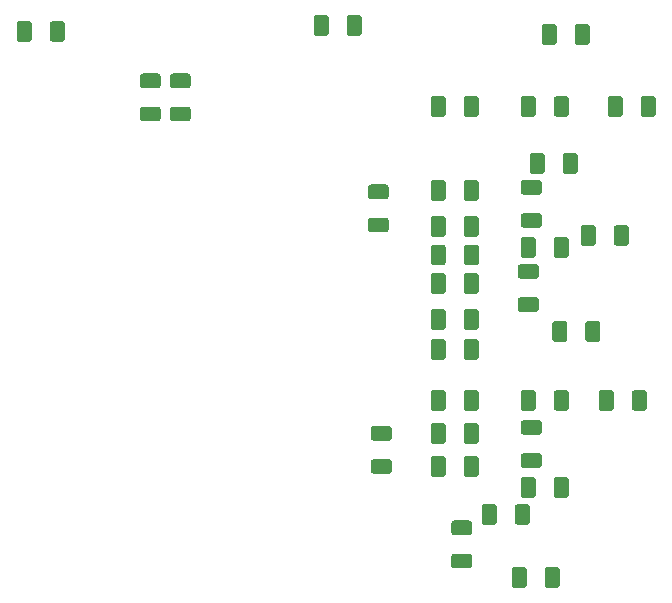
<source format=gbp>
G04 #@! TF.GenerationSoftware,KiCad,Pcbnew,5.1.2-f72e74a~84~ubuntu18.04.1*
G04 #@! TF.CreationDate,2019-08-12T01:15:30+02:00*
G04 #@! TF.ProjectId,RPI_Peripheral_Expander,5250495f-5065-4726-9970-686572616c5f,rev?*
G04 #@! TF.SameCoordinates,Original*
G04 #@! TF.FileFunction,Paste,Bot*
G04 #@! TF.FilePolarity,Positive*
%FSLAX46Y46*%
G04 Gerber Fmt 4.6, Leading zero omitted, Abs format (unit mm)*
G04 Created by KiCad (PCBNEW 5.1.2-f72e74a~84~ubuntu18.04.1) date 2019-08-12 01:15:30*
%MOMM*%
%LPD*%
G04 APERTURE LIST*
%ADD10C,0.150000*%
%ADD11C,1.250000*%
G04 APERTURE END LIST*
D10*
G36*
X247897504Y-114836204D02*
G01*
X247921773Y-114839804D01*
X247945571Y-114845765D01*
X247968671Y-114854030D01*
X247990849Y-114864520D01*
X248011893Y-114877133D01*
X248031598Y-114891747D01*
X248049777Y-114908223D01*
X248066253Y-114926402D01*
X248080867Y-114946107D01*
X248093480Y-114967151D01*
X248103970Y-114989329D01*
X248112235Y-115012429D01*
X248118196Y-115036227D01*
X248121796Y-115060496D01*
X248123000Y-115085000D01*
X248123000Y-116335000D01*
X248121796Y-116359504D01*
X248118196Y-116383773D01*
X248112235Y-116407571D01*
X248103970Y-116430671D01*
X248093480Y-116452849D01*
X248080867Y-116473893D01*
X248066253Y-116493598D01*
X248049777Y-116511777D01*
X248031598Y-116528253D01*
X248011893Y-116542867D01*
X247990849Y-116555480D01*
X247968671Y-116565970D01*
X247945571Y-116574235D01*
X247921773Y-116580196D01*
X247897504Y-116583796D01*
X247873000Y-116585000D01*
X247123000Y-116585000D01*
X247098496Y-116583796D01*
X247074227Y-116580196D01*
X247050429Y-116574235D01*
X247027329Y-116565970D01*
X247005151Y-116555480D01*
X246984107Y-116542867D01*
X246964402Y-116528253D01*
X246946223Y-116511777D01*
X246929747Y-116493598D01*
X246915133Y-116473893D01*
X246902520Y-116452849D01*
X246892030Y-116430671D01*
X246883765Y-116407571D01*
X246877804Y-116383773D01*
X246874204Y-116359504D01*
X246873000Y-116335000D01*
X246873000Y-115085000D01*
X246874204Y-115060496D01*
X246877804Y-115036227D01*
X246883765Y-115012429D01*
X246892030Y-114989329D01*
X246902520Y-114967151D01*
X246915133Y-114946107D01*
X246929747Y-114926402D01*
X246946223Y-114908223D01*
X246964402Y-114891747D01*
X246984107Y-114877133D01*
X247005151Y-114864520D01*
X247027329Y-114854030D01*
X247050429Y-114845765D01*
X247074227Y-114839804D01*
X247098496Y-114836204D01*
X247123000Y-114835000D01*
X247873000Y-114835000D01*
X247897504Y-114836204D01*
X247897504Y-114836204D01*
G37*
D11*
X247498000Y-115710000D03*
D10*
G36*
X245097504Y-114836204D02*
G01*
X245121773Y-114839804D01*
X245145571Y-114845765D01*
X245168671Y-114854030D01*
X245190849Y-114864520D01*
X245211893Y-114877133D01*
X245231598Y-114891747D01*
X245249777Y-114908223D01*
X245266253Y-114926402D01*
X245280867Y-114946107D01*
X245293480Y-114967151D01*
X245303970Y-114989329D01*
X245312235Y-115012429D01*
X245318196Y-115036227D01*
X245321796Y-115060496D01*
X245323000Y-115085000D01*
X245323000Y-116335000D01*
X245321796Y-116359504D01*
X245318196Y-116383773D01*
X245312235Y-116407571D01*
X245303970Y-116430671D01*
X245293480Y-116452849D01*
X245280867Y-116473893D01*
X245266253Y-116493598D01*
X245249777Y-116511777D01*
X245231598Y-116528253D01*
X245211893Y-116542867D01*
X245190849Y-116555480D01*
X245168671Y-116565970D01*
X245145571Y-116574235D01*
X245121773Y-116580196D01*
X245097504Y-116583796D01*
X245073000Y-116585000D01*
X244323000Y-116585000D01*
X244298496Y-116583796D01*
X244274227Y-116580196D01*
X244250429Y-116574235D01*
X244227329Y-116565970D01*
X244205151Y-116555480D01*
X244184107Y-116542867D01*
X244164402Y-116528253D01*
X244146223Y-116511777D01*
X244129747Y-116493598D01*
X244115133Y-116473893D01*
X244102520Y-116452849D01*
X244092030Y-116430671D01*
X244083765Y-116407571D01*
X244077804Y-116383773D01*
X244074204Y-116359504D01*
X244073000Y-116335000D01*
X244073000Y-115085000D01*
X244074204Y-115060496D01*
X244077804Y-115036227D01*
X244083765Y-115012429D01*
X244092030Y-114989329D01*
X244102520Y-114967151D01*
X244115133Y-114946107D01*
X244129747Y-114926402D01*
X244146223Y-114908223D01*
X244164402Y-114891747D01*
X244184107Y-114877133D01*
X244205151Y-114864520D01*
X244227329Y-114854030D01*
X244250429Y-114845765D01*
X244274227Y-114839804D01*
X244298496Y-114836204D01*
X244323000Y-114835000D01*
X245073000Y-114835000D01*
X245097504Y-114836204D01*
X245097504Y-114836204D01*
G37*
D11*
X244698000Y-115710000D03*
D10*
G36*
X240273504Y-115210204D02*
G01*
X240297773Y-115213804D01*
X240321571Y-115219765D01*
X240344671Y-115228030D01*
X240366849Y-115238520D01*
X240387893Y-115251133D01*
X240407598Y-115265747D01*
X240425777Y-115282223D01*
X240442253Y-115300402D01*
X240456867Y-115320107D01*
X240469480Y-115341151D01*
X240479970Y-115363329D01*
X240488235Y-115386429D01*
X240494196Y-115410227D01*
X240497796Y-115434496D01*
X240499000Y-115459000D01*
X240499000Y-116209000D01*
X240497796Y-116233504D01*
X240494196Y-116257773D01*
X240488235Y-116281571D01*
X240479970Y-116304671D01*
X240469480Y-116326849D01*
X240456867Y-116347893D01*
X240442253Y-116367598D01*
X240425777Y-116385777D01*
X240407598Y-116402253D01*
X240387893Y-116416867D01*
X240366849Y-116429480D01*
X240344671Y-116439970D01*
X240321571Y-116448235D01*
X240297773Y-116454196D01*
X240273504Y-116457796D01*
X240249000Y-116459000D01*
X238999000Y-116459000D01*
X238974496Y-116457796D01*
X238950227Y-116454196D01*
X238926429Y-116448235D01*
X238903329Y-116439970D01*
X238881151Y-116429480D01*
X238860107Y-116416867D01*
X238840402Y-116402253D01*
X238822223Y-116385777D01*
X238805747Y-116367598D01*
X238791133Y-116347893D01*
X238778520Y-116326849D01*
X238768030Y-116304671D01*
X238759765Y-116281571D01*
X238753804Y-116257773D01*
X238750204Y-116233504D01*
X238749000Y-116209000D01*
X238749000Y-115459000D01*
X238750204Y-115434496D01*
X238753804Y-115410227D01*
X238759765Y-115386429D01*
X238768030Y-115363329D01*
X238778520Y-115341151D01*
X238791133Y-115320107D01*
X238805747Y-115300402D01*
X238822223Y-115282223D01*
X238840402Y-115265747D01*
X238860107Y-115251133D01*
X238881151Y-115238520D01*
X238903329Y-115228030D01*
X238926429Y-115219765D01*
X238950227Y-115213804D01*
X238974496Y-115210204D01*
X238999000Y-115209000D01*
X240249000Y-115209000D01*
X240273504Y-115210204D01*
X240273504Y-115210204D01*
G37*
D11*
X239624000Y-115834000D03*
D10*
G36*
X240273504Y-118010204D02*
G01*
X240297773Y-118013804D01*
X240321571Y-118019765D01*
X240344671Y-118028030D01*
X240366849Y-118038520D01*
X240387893Y-118051133D01*
X240407598Y-118065747D01*
X240425777Y-118082223D01*
X240442253Y-118100402D01*
X240456867Y-118120107D01*
X240469480Y-118141151D01*
X240479970Y-118163329D01*
X240488235Y-118186429D01*
X240494196Y-118210227D01*
X240497796Y-118234496D01*
X240499000Y-118259000D01*
X240499000Y-119009000D01*
X240497796Y-119033504D01*
X240494196Y-119057773D01*
X240488235Y-119081571D01*
X240479970Y-119104671D01*
X240469480Y-119126849D01*
X240456867Y-119147893D01*
X240442253Y-119167598D01*
X240425777Y-119185777D01*
X240407598Y-119202253D01*
X240387893Y-119216867D01*
X240366849Y-119229480D01*
X240344671Y-119239970D01*
X240321571Y-119248235D01*
X240297773Y-119254196D01*
X240273504Y-119257796D01*
X240249000Y-119259000D01*
X238999000Y-119259000D01*
X238974496Y-119257796D01*
X238950227Y-119254196D01*
X238926429Y-119248235D01*
X238903329Y-119239970D01*
X238881151Y-119229480D01*
X238860107Y-119216867D01*
X238840402Y-119202253D01*
X238822223Y-119185777D01*
X238805747Y-119167598D01*
X238791133Y-119147893D01*
X238778520Y-119126849D01*
X238768030Y-119104671D01*
X238759765Y-119081571D01*
X238753804Y-119057773D01*
X238750204Y-119033504D01*
X238749000Y-119009000D01*
X238749000Y-118259000D01*
X238750204Y-118234496D01*
X238753804Y-118210227D01*
X238759765Y-118186429D01*
X238768030Y-118163329D01*
X238778520Y-118141151D01*
X238791133Y-118120107D01*
X238805747Y-118100402D01*
X238822223Y-118082223D01*
X238840402Y-118065747D01*
X238860107Y-118051133D01*
X238881151Y-118038520D01*
X238903329Y-118028030D01*
X238926429Y-118019765D01*
X238950227Y-118013804D01*
X238974496Y-118010204D01*
X238999000Y-118009000D01*
X240249000Y-118009000D01*
X240273504Y-118010204D01*
X240273504Y-118010204D01*
G37*
D11*
X239624000Y-118634000D03*
D10*
G36*
X235191504Y-100866204D02*
G01*
X235215773Y-100869804D01*
X235239571Y-100875765D01*
X235262671Y-100884030D01*
X235284849Y-100894520D01*
X235305893Y-100907133D01*
X235325598Y-100921747D01*
X235343777Y-100938223D01*
X235360253Y-100956402D01*
X235374867Y-100976107D01*
X235387480Y-100997151D01*
X235397970Y-101019329D01*
X235406235Y-101042429D01*
X235412196Y-101066227D01*
X235415796Y-101090496D01*
X235417000Y-101115000D01*
X235417000Y-102365000D01*
X235415796Y-102389504D01*
X235412196Y-102413773D01*
X235406235Y-102437571D01*
X235397970Y-102460671D01*
X235387480Y-102482849D01*
X235374867Y-102503893D01*
X235360253Y-102523598D01*
X235343777Y-102541777D01*
X235325598Y-102558253D01*
X235305893Y-102572867D01*
X235284849Y-102585480D01*
X235262671Y-102595970D01*
X235239571Y-102604235D01*
X235215773Y-102610196D01*
X235191504Y-102613796D01*
X235167000Y-102615000D01*
X234417000Y-102615000D01*
X234392496Y-102613796D01*
X234368227Y-102610196D01*
X234344429Y-102604235D01*
X234321329Y-102595970D01*
X234299151Y-102585480D01*
X234278107Y-102572867D01*
X234258402Y-102558253D01*
X234240223Y-102541777D01*
X234223747Y-102523598D01*
X234209133Y-102503893D01*
X234196520Y-102482849D01*
X234186030Y-102460671D01*
X234177765Y-102437571D01*
X234171804Y-102413773D01*
X234168204Y-102389504D01*
X234167000Y-102365000D01*
X234167000Y-101115000D01*
X234168204Y-101090496D01*
X234171804Y-101066227D01*
X234177765Y-101042429D01*
X234186030Y-101019329D01*
X234196520Y-100997151D01*
X234209133Y-100976107D01*
X234223747Y-100956402D01*
X234240223Y-100938223D01*
X234258402Y-100921747D01*
X234278107Y-100907133D01*
X234299151Y-100894520D01*
X234321329Y-100884030D01*
X234344429Y-100875765D01*
X234368227Y-100869804D01*
X234392496Y-100866204D01*
X234417000Y-100865000D01*
X235167000Y-100865000D01*
X235191504Y-100866204D01*
X235191504Y-100866204D01*
G37*
D11*
X234792000Y-101740000D03*
D10*
G36*
X237991504Y-100866204D02*
G01*
X238015773Y-100869804D01*
X238039571Y-100875765D01*
X238062671Y-100884030D01*
X238084849Y-100894520D01*
X238105893Y-100907133D01*
X238125598Y-100921747D01*
X238143777Y-100938223D01*
X238160253Y-100956402D01*
X238174867Y-100976107D01*
X238187480Y-100997151D01*
X238197970Y-101019329D01*
X238206235Y-101042429D01*
X238212196Y-101066227D01*
X238215796Y-101090496D01*
X238217000Y-101115000D01*
X238217000Y-102365000D01*
X238215796Y-102389504D01*
X238212196Y-102413773D01*
X238206235Y-102437571D01*
X238197970Y-102460671D01*
X238187480Y-102482849D01*
X238174867Y-102503893D01*
X238160253Y-102523598D01*
X238143777Y-102541777D01*
X238125598Y-102558253D01*
X238105893Y-102572867D01*
X238084849Y-102585480D01*
X238062671Y-102595970D01*
X238039571Y-102604235D01*
X238015773Y-102610196D01*
X237991504Y-102613796D01*
X237967000Y-102615000D01*
X237217000Y-102615000D01*
X237192496Y-102613796D01*
X237168227Y-102610196D01*
X237144429Y-102604235D01*
X237121329Y-102595970D01*
X237099151Y-102585480D01*
X237078107Y-102572867D01*
X237058402Y-102558253D01*
X237040223Y-102541777D01*
X237023747Y-102523598D01*
X237009133Y-102503893D01*
X236996520Y-102482849D01*
X236986030Y-102460671D01*
X236977765Y-102437571D01*
X236971804Y-102413773D01*
X236968204Y-102389504D01*
X236967000Y-102365000D01*
X236967000Y-101115000D01*
X236968204Y-101090496D01*
X236971804Y-101066227D01*
X236977765Y-101042429D01*
X236986030Y-101019329D01*
X236996520Y-100997151D01*
X237009133Y-100976107D01*
X237023747Y-100956402D01*
X237040223Y-100938223D01*
X237058402Y-100921747D01*
X237078107Y-100907133D01*
X237099151Y-100894520D01*
X237121329Y-100884030D01*
X237144429Y-100875765D01*
X237168227Y-100869804D01*
X237192496Y-100866204D01*
X237217000Y-100865000D01*
X237967000Y-100865000D01*
X237991504Y-100866204D01*
X237991504Y-100866204D01*
G37*
D11*
X237592000Y-101740000D03*
D10*
G36*
X247897504Y-107724204D02*
G01*
X247921773Y-107727804D01*
X247945571Y-107733765D01*
X247968671Y-107742030D01*
X247990849Y-107752520D01*
X248011893Y-107765133D01*
X248031598Y-107779747D01*
X248049777Y-107796223D01*
X248066253Y-107814402D01*
X248080867Y-107834107D01*
X248093480Y-107855151D01*
X248103970Y-107877329D01*
X248112235Y-107900429D01*
X248118196Y-107924227D01*
X248121796Y-107948496D01*
X248123000Y-107973000D01*
X248123000Y-109223000D01*
X248121796Y-109247504D01*
X248118196Y-109271773D01*
X248112235Y-109295571D01*
X248103970Y-109318671D01*
X248093480Y-109340849D01*
X248080867Y-109361893D01*
X248066253Y-109381598D01*
X248049777Y-109399777D01*
X248031598Y-109416253D01*
X248011893Y-109430867D01*
X247990849Y-109443480D01*
X247968671Y-109453970D01*
X247945571Y-109462235D01*
X247921773Y-109468196D01*
X247897504Y-109471796D01*
X247873000Y-109473000D01*
X247123000Y-109473000D01*
X247098496Y-109471796D01*
X247074227Y-109468196D01*
X247050429Y-109462235D01*
X247027329Y-109453970D01*
X247005151Y-109443480D01*
X246984107Y-109430867D01*
X246964402Y-109416253D01*
X246946223Y-109399777D01*
X246929747Y-109381598D01*
X246915133Y-109361893D01*
X246902520Y-109340849D01*
X246892030Y-109318671D01*
X246883765Y-109295571D01*
X246877804Y-109271773D01*
X246874204Y-109247504D01*
X246873000Y-109223000D01*
X246873000Y-107973000D01*
X246874204Y-107948496D01*
X246877804Y-107924227D01*
X246883765Y-107900429D01*
X246892030Y-107877329D01*
X246902520Y-107855151D01*
X246915133Y-107834107D01*
X246929747Y-107814402D01*
X246946223Y-107796223D01*
X246964402Y-107779747D01*
X246984107Y-107765133D01*
X247005151Y-107752520D01*
X247027329Y-107742030D01*
X247050429Y-107733765D01*
X247074227Y-107727804D01*
X247098496Y-107724204D01*
X247123000Y-107723000D01*
X247873000Y-107723000D01*
X247897504Y-107724204D01*
X247897504Y-107724204D01*
G37*
D11*
X247498000Y-108598000D03*
D10*
G36*
X245097504Y-107724204D02*
G01*
X245121773Y-107727804D01*
X245145571Y-107733765D01*
X245168671Y-107742030D01*
X245190849Y-107752520D01*
X245211893Y-107765133D01*
X245231598Y-107779747D01*
X245249777Y-107796223D01*
X245266253Y-107814402D01*
X245280867Y-107834107D01*
X245293480Y-107855151D01*
X245303970Y-107877329D01*
X245312235Y-107900429D01*
X245318196Y-107924227D01*
X245321796Y-107948496D01*
X245323000Y-107973000D01*
X245323000Y-109223000D01*
X245321796Y-109247504D01*
X245318196Y-109271773D01*
X245312235Y-109295571D01*
X245303970Y-109318671D01*
X245293480Y-109340849D01*
X245280867Y-109361893D01*
X245266253Y-109381598D01*
X245249777Y-109399777D01*
X245231598Y-109416253D01*
X245211893Y-109430867D01*
X245190849Y-109443480D01*
X245168671Y-109453970D01*
X245145571Y-109462235D01*
X245121773Y-109468196D01*
X245097504Y-109471796D01*
X245073000Y-109473000D01*
X244323000Y-109473000D01*
X244298496Y-109471796D01*
X244274227Y-109468196D01*
X244250429Y-109462235D01*
X244227329Y-109453970D01*
X244205151Y-109443480D01*
X244184107Y-109430867D01*
X244164402Y-109416253D01*
X244146223Y-109399777D01*
X244129747Y-109381598D01*
X244115133Y-109361893D01*
X244102520Y-109340849D01*
X244092030Y-109318671D01*
X244083765Y-109295571D01*
X244077804Y-109271773D01*
X244074204Y-109247504D01*
X244073000Y-109223000D01*
X244073000Y-107973000D01*
X244074204Y-107948496D01*
X244077804Y-107924227D01*
X244083765Y-107900429D01*
X244092030Y-107877329D01*
X244102520Y-107855151D01*
X244115133Y-107834107D01*
X244129747Y-107814402D01*
X244146223Y-107796223D01*
X244164402Y-107779747D01*
X244184107Y-107765133D01*
X244205151Y-107752520D01*
X244227329Y-107742030D01*
X244250429Y-107733765D01*
X244274227Y-107727804D01*
X244298496Y-107724204D01*
X244323000Y-107723000D01*
X245073000Y-107723000D01*
X245097504Y-107724204D01*
X245097504Y-107724204D01*
G37*
D11*
X244698000Y-108598000D03*
D10*
G36*
X240527504Y-138454204D02*
G01*
X240551773Y-138457804D01*
X240575571Y-138463765D01*
X240598671Y-138472030D01*
X240620849Y-138482520D01*
X240641893Y-138495133D01*
X240661598Y-138509747D01*
X240679777Y-138526223D01*
X240696253Y-138544402D01*
X240710867Y-138564107D01*
X240723480Y-138585151D01*
X240733970Y-138607329D01*
X240742235Y-138630429D01*
X240748196Y-138654227D01*
X240751796Y-138678496D01*
X240753000Y-138703000D01*
X240753000Y-139453000D01*
X240751796Y-139477504D01*
X240748196Y-139501773D01*
X240742235Y-139525571D01*
X240733970Y-139548671D01*
X240723480Y-139570849D01*
X240710867Y-139591893D01*
X240696253Y-139611598D01*
X240679777Y-139629777D01*
X240661598Y-139646253D01*
X240641893Y-139660867D01*
X240620849Y-139673480D01*
X240598671Y-139683970D01*
X240575571Y-139692235D01*
X240551773Y-139698196D01*
X240527504Y-139701796D01*
X240503000Y-139703000D01*
X239253000Y-139703000D01*
X239228496Y-139701796D01*
X239204227Y-139698196D01*
X239180429Y-139692235D01*
X239157329Y-139683970D01*
X239135151Y-139673480D01*
X239114107Y-139660867D01*
X239094402Y-139646253D01*
X239076223Y-139629777D01*
X239059747Y-139611598D01*
X239045133Y-139591893D01*
X239032520Y-139570849D01*
X239022030Y-139548671D01*
X239013765Y-139525571D01*
X239007804Y-139501773D01*
X239004204Y-139477504D01*
X239003000Y-139453000D01*
X239003000Y-138703000D01*
X239004204Y-138678496D01*
X239007804Y-138654227D01*
X239013765Y-138630429D01*
X239022030Y-138607329D01*
X239032520Y-138585151D01*
X239045133Y-138564107D01*
X239059747Y-138544402D01*
X239076223Y-138526223D01*
X239094402Y-138509747D01*
X239114107Y-138495133D01*
X239135151Y-138482520D01*
X239157329Y-138472030D01*
X239180429Y-138463765D01*
X239204227Y-138457804D01*
X239228496Y-138454204D01*
X239253000Y-138453000D01*
X240503000Y-138453000D01*
X240527504Y-138454204D01*
X240527504Y-138454204D01*
G37*
D11*
X239878000Y-139078000D03*
D10*
G36*
X240527504Y-135654204D02*
G01*
X240551773Y-135657804D01*
X240575571Y-135663765D01*
X240598671Y-135672030D01*
X240620849Y-135682520D01*
X240641893Y-135695133D01*
X240661598Y-135709747D01*
X240679777Y-135726223D01*
X240696253Y-135744402D01*
X240710867Y-135764107D01*
X240723480Y-135785151D01*
X240733970Y-135807329D01*
X240742235Y-135830429D01*
X240748196Y-135854227D01*
X240751796Y-135878496D01*
X240753000Y-135903000D01*
X240753000Y-136653000D01*
X240751796Y-136677504D01*
X240748196Y-136701773D01*
X240742235Y-136725571D01*
X240733970Y-136748671D01*
X240723480Y-136770849D01*
X240710867Y-136791893D01*
X240696253Y-136811598D01*
X240679777Y-136829777D01*
X240661598Y-136846253D01*
X240641893Y-136860867D01*
X240620849Y-136873480D01*
X240598671Y-136883970D01*
X240575571Y-136892235D01*
X240551773Y-136898196D01*
X240527504Y-136901796D01*
X240503000Y-136903000D01*
X239253000Y-136903000D01*
X239228496Y-136901796D01*
X239204227Y-136898196D01*
X239180429Y-136892235D01*
X239157329Y-136883970D01*
X239135151Y-136873480D01*
X239114107Y-136860867D01*
X239094402Y-136846253D01*
X239076223Y-136829777D01*
X239059747Y-136811598D01*
X239045133Y-136791893D01*
X239032520Y-136770849D01*
X239022030Y-136748671D01*
X239013765Y-136725571D01*
X239007804Y-136701773D01*
X239004204Y-136677504D01*
X239003000Y-136653000D01*
X239003000Y-135903000D01*
X239004204Y-135878496D01*
X239007804Y-135854227D01*
X239013765Y-135830429D01*
X239022030Y-135807329D01*
X239032520Y-135785151D01*
X239045133Y-135764107D01*
X239059747Y-135744402D01*
X239076223Y-135726223D01*
X239094402Y-135709747D01*
X239114107Y-135695133D01*
X239135151Y-135682520D01*
X239157329Y-135672030D01*
X239180429Y-135663765D01*
X239204227Y-135657804D01*
X239228496Y-135654204D01*
X239253000Y-135653000D01*
X240503000Y-135653000D01*
X240527504Y-135654204D01*
X240527504Y-135654204D01*
G37*
D11*
X239878000Y-136278000D03*
D10*
G36*
X254755504Y-147602204D02*
G01*
X254779773Y-147605804D01*
X254803571Y-147611765D01*
X254826671Y-147620030D01*
X254848849Y-147630520D01*
X254869893Y-147643133D01*
X254889598Y-147657747D01*
X254907777Y-147674223D01*
X254924253Y-147692402D01*
X254938867Y-147712107D01*
X254951480Y-147733151D01*
X254961970Y-147755329D01*
X254970235Y-147778429D01*
X254976196Y-147802227D01*
X254979796Y-147826496D01*
X254981000Y-147851000D01*
X254981000Y-149101000D01*
X254979796Y-149125504D01*
X254976196Y-149149773D01*
X254970235Y-149173571D01*
X254961970Y-149196671D01*
X254951480Y-149218849D01*
X254938867Y-149239893D01*
X254924253Y-149259598D01*
X254907777Y-149277777D01*
X254889598Y-149294253D01*
X254869893Y-149308867D01*
X254848849Y-149321480D01*
X254826671Y-149331970D01*
X254803571Y-149340235D01*
X254779773Y-149346196D01*
X254755504Y-149349796D01*
X254731000Y-149351000D01*
X253981000Y-149351000D01*
X253956496Y-149349796D01*
X253932227Y-149346196D01*
X253908429Y-149340235D01*
X253885329Y-149331970D01*
X253863151Y-149321480D01*
X253842107Y-149308867D01*
X253822402Y-149294253D01*
X253804223Y-149277777D01*
X253787747Y-149259598D01*
X253773133Y-149239893D01*
X253760520Y-149218849D01*
X253750030Y-149196671D01*
X253741765Y-149173571D01*
X253735804Y-149149773D01*
X253732204Y-149125504D01*
X253731000Y-149101000D01*
X253731000Y-147851000D01*
X253732204Y-147826496D01*
X253735804Y-147802227D01*
X253741765Y-147778429D01*
X253750030Y-147755329D01*
X253760520Y-147733151D01*
X253773133Y-147712107D01*
X253787747Y-147692402D01*
X253804223Y-147674223D01*
X253822402Y-147657747D01*
X253842107Y-147643133D01*
X253863151Y-147630520D01*
X253885329Y-147620030D01*
X253908429Y-147611765D01*
X253932227Y-147605804D01*
X253956496Y-147602204D01*
X253981000Y-147601000D01*
X254731000Y-147601000D01*
X254755504Y-147602204D01*
X254755504Y-147602204D01*
G37*
D11*
X254356000Y-148476000D03*
D10*
G36*
X251955504Y-147602204D02*
G01*
X251979773Y-147605804D01*
X252003571Y-147611765D01*
X252026671Y-147620030D01*
X252048849Y-147630520D01*
X252069893Y-147643133D01*
X252089598Y-147657747D01*
X252107777Y-147674223D01*
X252124253Y-147692402D01*
X252138867Y-147712107D01*
X252151480Y-147733151D01*
X252161970Y-147755329D01*
X252170235Y-147778429D01*
X252176196Y-147802227D01*
X252179796Y-147826496D01*
X252181000Y-147851000D01*
X252181000Y-149101000D01*
X252179796Y-149125504D01*
X252176196Y-149149773D01*
X252170235Y-149173571D01*
X252161970Y-149196671D01*
X252151480Y-149218849D01*
X252138867Y-149239893D01*
X252124253Y-149259598D01*
X252107777Y-149277777D01*
X252089598Y-149294253D01*
X252069893Y-149308867D01*
X252048849Y-149321480D01*
X252026671Y-149331970D01*
X252003571Y-149340235D01*
X251979773Y-149346196D01*
X251955504Y-149349796D01*
X251931000Y-149351000D01*
X251181000Y-149351000D01*
X251156496Y-149349796D01*
X251132227Y-149346196D01*
X251108429Y-149340235D01*
X251085329Y-149331970D01*
X251063151Y-149321480D01*
X251042107Y-149308867D01*
X251022402Y-149294253D01*
X251004223Y-149277777D01*
X250987747Y-149259598D01*
X250973133Y-149239893D01*
X250960520Y-149218849D01*
X250950030Y-149196671D01*
X250941765Y-149173571D01*
X250935804Y-149149773D01*
X250932204Y-149125504D01*
X250931000Y-149101000D01*
X250931000Y-147851000D01*
X250932204Y-147826496D01*
X250935804Y-147802227D01*
X250941765Y-147778429D01*
X250950030Y-147755329D01*
X250960520Y-147733151D01*
X250973133Y-147712107D01*
X250987747Y-147692402D01*
X251004223Y-147674223D01*
X251022402Y-147657747D01*
X251042107Y-147643133D01*
X251063151Y-147630520D01*
X251085329Y-147620030D01*
X251108429Y-147611765D01*
X251132227Y-147605804D01*
X251156496Y-147602204D01*
X251181000Y-147601000D01*
X251931000Y-147601000D01*
X251955504Y-147602204D01*
X251955504Y-147602204D01*
G37*
D11*
X251556000Y-148476000D03*
D10*
G36*
X245097504Y-135410204D02*
G01*
X245121773Y-135413804D01*
X245145571Y-135419765D01*
X245168671Y-135428030D01*
X245190849Y-135438520D01*
X245211893Y-135451133D01*
X245231598Y-135465747D01*
X245249777Y-135482223D01*
X245266253Y-135500402D01*
X245280867Y-135520107D01*
X245293480Y-135541151D01*
X245303970Y-135563329D01*
X245312235Y-135586429D01*
X245318196Y-135610227D01*
X245321796Y-135634496D01*
X245323000Y-135659000D01*
X245323000Y-136909000D01*
X245321796Y-136933504D01*
X245318196Y-136957773D01*
X245312235Y-136981571D01*
X245303970Y-137004671D01*
X245293480Y-137026849D01*
X245280867Y-137047893D01*
X245266253Y-137067598D01*
X245249777Y-137085777D01*
X245231598Y-137102253D01*
X245211893Y-137116867D01*
X245190849Y-137129480D01*
X245168671Y-137139970D01*
X245145571Y-137148235D01*
X245121773Y-137154196D01*
X245097504Y-137157796D01*
X245073000Y-137159000D01*
X244323000Y-137159000D01*
X244298496Y-137157796D01*
X244274227Y-137154196D01*
X244250429Y-137148235D01*
X244227329Y-137139970D01*
X244205151Y-137129480D01*
X244184107Y-137116867D01*
X244164402Y-137102253D01*
X244146223Y-137085777D01*
X244129747Y-137067598D01*
X244115133Y-137047893D01*
X244102520Y-137026849D01*
X244092030Y-137004671D01*
X244083765Y-136981571D01*
X244077804Y-136957773D01*
X244074204Y-136933504D01*
X244073000Y-136909000D01*
X244073000Y-135659000D01*
X244074204Y-135634496D01*
X244077804Y-135610227D01*
X244083765Y-135586429D01*
X244092030Y-135563329D01*
X244102520Y-135541151D01*
X244115133Y-135520107D01*
X244129747Y-135500402D01*
X244146223Y-135482223D01*
X244164402Y-135465747D01*
X244184107Y-135451133D01*
X244205151Y-135438520D01*
X244227329Y-135428030D01*
X244250429Y-135419765D01*
X244274227Y-135413804D01*
X244298496Y-135410204D01*
X244323000Y-135409000D01*
X245073000Y-135409000D01*
X245097504Y-135410204D01*
X245097504Y-135410204D01*
G37*
D11*
X244698000Y-136284000D03*
D10*
G36*
X247897504Y-135410204D02*
G01*
X247921773Y-135413804D01*
X247945571Y-135419765D01*
X247968671Y-135428030D01*
X247990849Y-135438520D01*
X248011893Y-135451133D01*
X248031598Y-135465747D01*
X248049777Y-135482223D01*
X248066253Y-135500402D01*
X248080867Y-135520107D01*
X248093480Y-135541151D01*
X248103970Y-135563329D01*
X248112235Y-135586429D01*
X248118196Y-135610227D01*
X248121796Y-135634496D01*
X248123000Y-135659000D01*
X248123000Y-136909000D01*
X248121796Y-136933504D01*
X248118196Y-136957773D01*
X248112235Y-136981571D01*
X248103970Y-137004671D01*
X248093480Y-137026849D01*
X248080867Y-137047893D01*
X248066253Y-137067598D01*
X248049777Y-137085777D01*
X248031598Y-137102253D01*
X248011893Y-137116867D01*
X247990849Y-137129480D01*
X247968671Y-137139970D01*
X247945571Y-137148235D01*
X247921773Y-137154196D01*
X247897504Y-137157796D01*
X247873000Y-137159000D01*
X247123000Y-137159000D01*
X247098496Y-137157796D01*
X247074227Y-137154196D01*
X247050429Y-137148235D01*
X247027329Y-137139970D01*
X247005151Y-137129480D01*
X246984107Y-137116867D01*
X246964402Y-137102253D01*
X246946223Y-137085777D01*
X246929747Y-137067598D01*
X246915133Y-137047893D01*
X246902520Y-137026849D01*
X246892030Y-137004671D01*
X246883765Y-136981571D01*
X246877804Y-136957773D01*
X246874204Y-136933504D01*
X246873000Y-136909000D01*
X246873000Y-135659000D01*
X246874204Y-135634496D01*
X246877804Y-135610227D01*
X246883765Y-135586429D01*
X246892030Y-135563329D01*
X246902520Y-135541151D01*
X246915133Y-135520107D01*
X246929747Y-135500402D01*
X246946223Y-135482223D01*
X246964402Y-135465747D01*
X246984107Y-135451133D01*
X247005151Y-135438520D01*
X247027329Y-135428030D01*
X247050429Y-135419765D01*
X247074227Y-135413804D01*
X247098496Y-135410204D01*
X247123000Y-135409000D01*
X247873000Y-135409000D01*
X247897504Y-135410204D01*
X247897504Y-135410204D01*
G37*
D11*
X247498000Y-136284000D03*
D10*
G36*
X247897504Y-132616204D02*
G01*
X247921773Y-132619804D01*
X247945571Y-132625765D01*
X247968671Y-132634030D01*
X247990849Y-132644520D01*
X248011893Y-132657133D01*
X248031598Y-132671747D01*
X248049777Y-132688223D01*
X248066253Y-132706402D01*
X248080867Y-132726107D01*
X248093480Y-132747151D01*
X248103970Y-132769329D01*
X248112235Y-132792429D01*
X248118196Y-132816227D01*
X248121796Y-132840496D01*
X248123000Y-132865000D01*
X248123000Y-134115000D01*
X248121796Y-134139504D01*
X248118196Y-134163773D01*
X248112235Y-134187571D01*
X248103970Y-134210671D01*
X248093480Y-134232849D01*
X248080867Y-134253893D01*
X248066253Y-134273598D01*
X248049777Y-134291777D01*
X248031598Y-134308253D01*
X248011893Y-134322867D01*
X247990849Y-134335480D01*
X247968671Y-134345970D01*
X247945571Y-134354235D01*
X247921773Y-134360196D01*
X247897504Y-134363796D01*
X247873000Y-134365000D01*
X247123000Y-134365000D01*
X247098496Y-134363796D01*
X247074227Y-134360196D01*
X247050429Y-134354235D01*
X247027329Y-134345970D01*
X247005151Y-134335480D01*
X246984107Y-134322867D01*
X246964402Y-134308253D01*
X246946223Y-134291777D01*
X246929747Y-134273598D01*
X246915133Y-134253893D01*
X246902520Y-134232849D01*
X246892030Y-134210671D01*
X246883765Y-134187571D01*
X246877804Y-134163773D01*
X246874204Y-134139504D01*
X246873000Y-134115000D01*
X246873000Y-132865000D01*
X246874204Y-132840496D01*
X246877804Y-132816227D01*
X246883765Y-132792429D01*
X246892030Y-132769329D01*
X246902520Y-132747151D01*
X246915133Y-132726107D01*
X246929747Y-132706402D01*
X246946223Y-132688223D01*
X246964402Y-132671747D01*
X246984107Y-132657133D01*
X247005151Y-132644520D01*
X247027329Y-132634030D01*
X247050429Y-132625765D01*
X247074227Y-132619804D01*
X247098496Y-132616204D01*
X247123000Y-132615000D01*
X247873000Y-132615000D01*
X247897504Y-132616204D01*
X247897504Y-132616204D01*
G37*
D11*
X247498000Y-133490000D03*
D10*
G36*
X245097504Y-132616204D02*
G01*
X245121773Y-132619804D01*
X245145571Y-132625765D01*
X245168671Y-132634030D01*
X245190849Y-132644520D01*
X245211893Y-132657133D01*
X245231598Y-132671747D01*
X245249777Y-132688223D01*
X245266253Y-132706402D01*
X245280867Y-132726107D01*
X245293480Y-132747151D01*
X245303970Y-132769329D01*
X245312235Y-132792429D01*
X245318196Y-132816227D01*
X245321796Y-132840496D01*
X245323000Y-132865000D01*
X245323000Y-134115000D01*
X245321796Y-134139504D01*
X245318196Y-134163773D01*
X245312235Y-134187571D01*
X245303970Y-134210671D01*
X245293480Y-134232849D01*
X245280867Y-134253893D01*
X245266253Y-134273598D01*
X245249777Y-134291777D01*
X245231598Y-134308253D01*
X245211893Y-134322867D01*
X245190849Y-134335480D01*
X245168671Y-134345970D01*
X245145571Y-134354235D01*
X245121773Y-134360196D01*
X245097504Y-134363796D01*
X245073000Y-134365000D01*
X244323000Y-134365000D01*
X244298496Y-134363796D01*
X244274227Y-134360196D01*
X244250429Y-134354235D01*
X244227329Y-134345970D01*
X244205151Y-134335480D01*
X244184107Y-134322867D01*
X244164402Y-134308253D01*
X244146223Y-134291777D01*
X244129747Y-134273598D01*
X244115133Y-134253893D01*
X244102520Y-134232849D01*
X244092030Y-134210671D01*
X244083765Y-134187571D01*
X244077804Y-134163773D01*
X244074204Y-134139504D01*
X244073000Y-134115000D01*
X244073000Y-132865000D01*
X244074204Y-132840496D01*
X244077804Y-132816227D01*
X244083765Y-132792429D01*
X244092030Y-132769329D01*
X244102520Y-132747151D01*
X244115133Y-132726107D01*
X244129747Y-132706402D01*
X244146223Y-132688223D01*
X244164402Y-132671747D01*
X244184107Y-132657133D01*
X244205151Y-132644520D01*
X244227329Y-132634030D01*
X244250429Y-132625765D01*
X244274227Y-132619804D01*
X244298496Y-132616204D01*
X244323000Y-132615000D01*
X245073000Y-132615000D01*
X245097504Y-132616204D01*
X245097504Y-132616204D01*
G37*
D11*
X244698000Y-133490000D03*
D10*
G36*
X247897504Y-117884204D02*
G01*
X247921773Y-117887804D01*
X247945571Y-117893765D01*
X247968671Y-117902030D01*
X247990849Y-117912520D01*
X248011893Y-117925133D01*
X248031598Y-117939747D01*
X248049777Y-117956223D01*
X248066253Y-117974402D01*
X248080867Y-117994107D01*
X248093480Y-118015151D01*
X248103970Y-118037329D01*
X248112235Y-118060429D01*
X248118196Y-118084227D01*
X248121796Y-118108496D01*
X248123000Y-118133000D01*
X248123000Y-119383000D01*
X248121796Y-119407504D01*
X248118196Y-119431773D01*
X248112235Y-119455571D01*
X248103970Y-119478671D01*
X248093480Y-119500849D01*
X248080867Y-119521893D01*
X248066253Y-119541598D01*
X248049777Y-119559777D01*
X248031598Y-119576253D01*
X248011893Y-119590867D01*
X247990849Y-119603480D01*
X247968671Y-119613970D01*
X247945571Y-119622235D01*
X247921773Y-119628196D01*
X247897504Y-119631796D01*
X247873000Y-119633000D01*
X247123000Y-119633000D01*
X247098496Y-119631796D01*
X247074227Y-119628196D01*
X247050429Y-119622235D01*
X247027329Y-119613970D01*
X247005151Y-119603480D01*
X246984107Y-119590867D01*
X246964402Y-119576253D01*
X246946223Y-119559777D01*
X246929747Y-119541598D01*
X246915133Y-119521893D01*
X246902520Y-119500849D01*
X246892030Y-119478671D01*
X246883765Y-119455571D01*
X246877804Y-119431773D01*
X246874204Y-119407504D01*
X246873000Y-119383000D01*
X246873000Y-118133000D01*
X246874204Y-118108496D01*
X246877804Y-118084227D01*
X246883765Y-118060429D01*
X246892030Y-118037329D01*
X246902520Y-118015151D01*
X246915133Y-117994107D01*
X246929747Y-117974402D01*
X246946223Y-117956223D01*
X246964402Y-117939747D01*
X246984107Y-117925133D01*
X247005151Y-117912520D01*
X247027329Y-117902030D01*
X247050429Y-117893765D01*
X247074227Y-117887804D01*
X247098496Y-117884204D01*
X247123000Y-117883000D01*
X247873000Y-117883000D01*
X247897504Y-117884204D01*
X247897504Y-117884204D01*
G37*
D11*
X247498000Y-118758000D03*
D10*
G36*
X245097504Y-117884204D02*
G01*
X245121773Y-117887804D01*
X245145571Y-117893765D01*
X245168671Y-117902030D01*
X245190849Y-117912520D01*
X245211893Y-117925133D01*
X245231598Y-117939747D01*
X245249777Y-117956223D01*
X245266253Y-117974402D01*
X245280867Y-117994107D01*
X245293480Y-118015151D01*
X245303970Y-118037329D01*
X245312235Y-118060429D01*
X245318196Y-118084227D01*
X245321796Y-118108496D01*
X245323000Y-118133000D01*
X245323000Y-119383000D01*
X245321796Y-119407504D01*
X245318196Y-119431773D01*
X245312235Y-119455571D01*
X245303970Y-119478671D01*
X245293480Y-119500849D01*
X245280867Y-119521893D01*
X245266253Y-119541598D01*
X245249777Y-119559777D01*
X245231598Y-119576253D01*
X245211893Y-119590867D01*
X245190849Y-119603480D01*
X245168671Y-119613970D01*
X245145571Y-119622235D01*
X245121773Y-119628196D01*
X245097504Y-119631796D01*
X245073000Y-119633000D01*
X244323000Y-119633000D01*
X244298496Y-119631796D01*
X244274227Y-119628196D01*
X244250429Y-119622235D01*
X244227329Y-119613970D01*
X244205151Y-119603480D01*
X244184107Y-119590867D01*
X244164402Y-119576253D01*
X244146223Y-119559777D01*
X244129747Y-119541598D01*
X244115133Y-119521893D01*
X244102520Y-119500849D01*
X244092030Y-119478671D01*
X244083765Y-119455571D01*
X244077804Y-119431773D01*
X244074204Y-119407504D01*
X244073000Y-119383000D01*
X244073000Y-118133000D01*
X244074204Y-118108496D01*
X244077804Y-118084227D01*
X244083765Y-118060429D01*
X244092030Y-118037329D01*
X244102520Y-118015151D01*
X244115133Y-117994107D01*
X244129747Y-117974402D01*
X244146223Y-117956223D01*
X244164402Y-117939747D01*
X244184107Y-117925133D01*
X244205151Y-117912520D01*
X244227329Y-117902030D01*
X244250429Y-117893765D01*
X244274227Y-117887804D01*
X244298496Y-117884204D01*
X244323000Y-117883000D01*
X245073000Y-117883000D01*
X245097504Y-117884204D01*
X245097504Y-117884204D01*
G37*
D11*
X244698000Y-118758000D03*
D10*
G36*
X257803504Y-118646204D02*
G01*
X257827773Y-118649804D01*
X257851571Y-118655765D01*
X257874671Y-118664030D01*
X257896849Y-118674520D01*
X257917893Y-118687133D01*
X257937598Y-118701747D01*
X257955777Y-118718223D01*
X257972253Y-118736402D01*
X257986867Y-118756107D01*
X257999480Y-118777151D01*
X258009970Y-118799329D01*
X258018235Y-118822429D01*
X258024196Y-118846227D01*
X258027796Y-118870496D01*
X258029000Y-118895000D01*
X258029000Y-120145000D01*
X258027796Y-120169504D01*
X258024196Y-120193773D01*
X258018235Y-120217571D01*
X258009970Y-120240671D01*
X257999480Y-120262849D01*
X257986867Y-120283893D01*
X257972253Y-120303598D01*
X257955777Y-120321777D01*
X257937598Y-120338253D01*
X257917893Y-120352867D01*
X257896849Y-120365480D01*
X257874671Y-120375970D01*
X257851571Y-120384235D01*
X257827773Y-120390196D01*
X257803504Y-120393796D01*
X257779000Y-120395000D01*
X257029000Y-120395000D01*
X257004496Y-120393796D01*
X256980227Y-120390196D01*
X256956429Y-120384235D01*
X256933329Y-120375970D01*
X256911151Y-120365480D01*
X256890107Y-120352867D01*
X256870402Y-120338253D01*
X256852223Y-120321777D01*
X256835747Y-120303598D01*
X256821133Y-120283893D01*
X256808520Y-120262849D01*
X256798030Y-120240671D01*
X256789765Y-120217571D01*
X256783804Y-120193773D01*
X256780204Y-120169504D01*
X256779000Y-120145000D01*
X256779000Y-118895000D01*
X256780204Y-118870496D01*
X256783804Y-118846227D01*
X256789765Y-118822429D01*
X256798030Y-118799329D01*
X256808520Y-118777151D01*
X256821133Y-118756107D01*
X256835747Y-118736402D01*
X256852223Y-118718223D01*
X256870402Y-118701747D01*
X256890107Y-118687133D01*
X256911151Y-118674520D01*
X256933329Y-118664030D01*
X256956429Y-118655765D01*
X256980227Y-118649804D01*
X257004496Y-118646204D01*
X257029000Y-118645000D01*
X257779000Y-118645000D01*
X257803504Y-118646204D01*
X257803504Y-118646204D01*
G37*
D11*
X257404000Y-119520000D03*
D10*
G36*
X260603504Y-118646204D02*
G01*
X260627773Y-118649804D01*
X260651571Y-118655765D01*
X260674671Y-118664030D01*
X260696849Y-118674520D01*
X260717893Y-118687133D01*
X260737598Y-118701747D01*
X260755777Y-118718223D01*
X260772253Y-118736402D01*
X260786867Y-118756107D01*
X260799480Y-118777151D01*
X260809970Y-118799329D01*
X260818235Y-118822429D01*
X260824196Y-118846227D01*
X260827796Y-118870496D01*
X260829000Y-118895000D01*
X260829000Y-120145000D01*
X260827796Y-120169504D01*
X260824196Y-120193773D01*
X260818235Y-120217571D01*
X260809970Y-120240671D01*
X260799480Y-120262849D01*
X260786867Y-120283893D01*
X260772253Y-120303598D01*
X260755777Y-120321777D01*
X260737598Y-120338253D01*
X260717893Y-120352867D01*
X260696849Y-120365480D01*
X260674671Y-120375970D01*
X260651571Y-120384235D01*
X260627773Y-120390196D01*
X260603504Y-120393796D01*
X260579000Y-120395000D01*
X259829000Y-120395000D01*
X259804496Y-120393796D01*
X259780227Y-120390196D01*
X259756429Y-120384235D01*
X259733329Y-120375970D01*
X259711151Y-120365480D01*
X259690107Y-120352867D01*
X259670402Y-120338253D01*
X259652223Y-120321777D01*
X259635747Y-120303598D01*
X259621133Y-120283893D01*
X259608520Y-120262849D01*
X259598030Y-120240671D01*
X259589765Y-120217571D01*
X259583804Y-120193773D01*
X259580204Y-120169504D01*
X259579000Y-120145000D01*
X259579000Y-118895000D01*
X259580204Y-118870496D01*
X259583804Y-118846227D01*
X259589765Y-118822429D01*
X259598030Y-118799329D01*
X259608520Y-118777151D01*
X259621133Y-118756107D01*
X259635747Y-118736402D01*
X259652223Y-118718223D01*
X259670402Y-118701747D01*
X259690107Y-118687133D01*
X259711151Y-118674520D01*
X259733329Y-118664030D01*
X259756429Y-118655765D01*
X259780227Y-118649804D01*
X259804496Y-118646204D01*
X259829000Y-118645000D01*
X260579000Y-118645000D01*
X260603504Y-118646204D01*
X260603504Y-118646204D01*
G37*
D11*
X260204000Y-119520000D03*
D10*
G36*
X245097504Y-125758204D02*
G01*
X245121773Y-125761804D01*
X245145571Y-125767765D01*
X245168671Y-125776030D01*
X245190849Y-125786520D01*
X245211893Y-125799133D01*
X245231598Y-125813747D01*
X245249777Y-125830223D01*
X245266253Y-125848402D01*
X245280867Y-125868107D01*
X245293480Y-125889151D01*
X245303970Y-125911329D01*
X245312235Y-125934429D01*
X245318196Y-125958227D01*
X245321796Y-125982496D01*
X245323000Y-126007000D01*
X245323000Y-127257000D01*
X245321796Y-127281504D01*
X245318196Y-127305773D01*
X245312235Y-127329571D01*
X245303970Y-127352671D01*
X245293480Y-127374849D01*
X245280867Y-127395893D01*
X245266253Y-127415598D01*
X245249777Y-127433777D01*
X245231598Y-127450253D01*
X245211893Y-127464867D01*
X245190849Y-127477480D01*
X245168671Y-127487970D01*
X245145571Y-127496235D01*
X245121773Y-127502196D01*
X245097504Y-127505796D01*
X245073000Y-127507000D01*
X244323000Y-127507000D01*
X244298496Y-127505796D01*
X244274227Y-127502196D01*
X244250429Y-127496235D01*
X244227329Y-127487970D01*
X244205151Y-127477480D01*
X244184107Y-127464867D01*
X244164402Y-127450253D01*
X244146223Y-127433777D01*
X244129747Y-127415598D01*
X244115133Y-127395893D01*
X244102520Y-127374849D01*
X244092030Y-127352671D01*
X244083765Y-127329571D01*
X244077804Y-127305773D01*
X244074204Y-127281504D01*
X244073000Y-127257000D01*
X244073000Y-126007000D01*
X244074204Y-125982496D01*
X244077804Y-125958227D01*
X244083765Y-125934429D01*
X244092030Y-125911329D01*
X244102520Y-125889151D01*
X244115133Y-125868107D01*
X244129747Y-125848402D01*
X244146223Y-125830223D01*
X244164402Y-125813747D01*
X244184107Y-125799133D01*
X244205151Y-125786520D01*
X244227329Y-125776030D01*
X244250429Y-125767765D01*
X244274227Y-125761804D01*
X244298496Y-125758204D01*
X244323000Y-125757000D01*
X245073000Y-125757000D01*
X245097504Y-125758204D01*
X245097504Y-125758204D01*
G37*
D11*
X244698000Y-126632000D03*
D10*
G36*
X247897504Y-125758204D02*
G01*
X247921773Y-125761804D01*
X247945571Y-125767765D01*
X247968671Y-125776030D01*
X247990849Y-125786520D01*
X248011893Y-125799133D01*
X248031598Y-125813747D01*
X248049777Y-125830223D01*
X248066253Y-125848402D01*
X248080867Y-125868107D01*
X248093480Y-125889151D01*
X248103970Y-125911329D01*
X248112235Y-125934429D01*
X248118196Y-125958227D01*
X248121796Y-125982496D01*
X248123000Y-126007000D01*
X248123000Y-127257000D01*
X248121796Y-127281504D01*
X248118196Y-127305773D01*
X248112235Y-127329571D01*
X248103970Y-127352671D01*
X248093480Y-127374849D01*
X248080867Y-127395893D01*
X248066253Y-127415598D01*
X248049777Y-127433777D01*
X248031598Y-127450253D01*
X248011893Y-127464867D01*
X247990849Y-127477480D01*
X247968671Y-127487970D01*
X247945571Y-127496235D01*
X247921773Y-127502196D01*
X247897504Y-127505796D01*
X247873000Y-127507000D01*
X247123000Y-127507000D01*
X247098496Y-127505796D01*
X247074227Y-127502196D01*
X247050429Y-127496235D01*
X247027329Y-127487970D01*
X247005151Y-127477480D01*
X246984107Y-127464867D01*
X246964402Y-127450253D01*
X246946223Y-127433777D01*
X246929747Y-127415598D01*
X246915133Y-127395893D01*
X246902520Y-127374849D01*
X246892030Y-127352671D01*
X246883765Y-127329571D01*
X246877804Y-127305773D01*
X246874204Y-127281504D01*
X246873000Y-127257000D01*
X246873000Y-126007000D01*
X246874204Y-125982496D01*
X246877804Y-125958227D01*
X246883765Y-125934429D01*
X246892030Y-125911329D01*
X246902520Y-125889151D01*
X246915133Y-125868107D01*
X246929747Y-125848402D01*
X246946223Y-125830223D01*
X246964402Y-125813747D01*
X246984107Y-125799133D01*
X247005151Y-125786520D01*
X247027329Y-125776030D01*
X247050429Y-125767765D01*
X247074227Y-125761804D01*
X247098496Y-125758204D01*
X247123000Y-125757000D01*
X247873000Y-125757000D01*
X247897504Y-125758204D01*
X247897504Y-125758204D01*
G37*
D11*
X247498000Y-126632000D03*
D10*
G36*
X247897504Y-122710204D02*
G01*
X247921773Y-122713804D01*
X247945571Y-122719765D01*
X247968671Y-122728030D01*
X247990849Y-122738520D01*
X248011893Y-122751133D01*
X248031598Y-122765747D01*
X248049777Y-122782223D01*
X248066253Y-122800402D01*
X248080867Y-122820107D01*
X248093480Y-122841151D01*
X248103970Y-122863329D01*
X248112235Y-122886429D01*
X248118196Y-122910227D01*
X248121796Y-122934496D01*
X248123000Y-122959000D01*
X248123000Y-124209000D01*
X248121796Y-124233504D01*
X248118196Y-124257773D01*
X248112235Y-124281571D01*
X248103970Y-124304671D01*
X248093480Y-124326849D01*
X248080867Y-124347893D01*
X248066253Y-124367598D01*
X248049777Y-124385777D01*
X248031598Y-124402253D01*
X248011893Y-124416867D01*
X247990849Y-124429480D01*
X247968671Y-124439970D01*
X247945571Y-124448235D01*
X247921773Y-124454196D01*
X247897504Y-124457796D01*
X247873000Y-124459000D01*
X247123000Y-124459000D01*
X247098496Y-124457796D01*
X247074227Y-124454196D01*
X247050429Y-124448235D01*
X247027329Y-124439970D01*
X247005151Y-124429480D01*
X246984107Y-124416867D01*
X246964402Y-124402253D01*
X246946223Y-124385777D01*
X246929747Y-124367598D01*
X246915133Y-124347893D01*
X246902520Y-124326849D01*
X246892030Y-124304671D01*
X246883765Y-124281571D01*
X246877804Y-124257773D01*
X246874204Y-124233504D01*
X246873000Y-124209000D01*
X246873000Y-122959000D01*
X246874204Y-122934496D01*
X246877804Y-122910227D01*
X246883765Y-122886429D01*
X246892030Y-122863329D01*
X246902520Y-122841151D01*
X246915133Y-122820107D01*
X246929747Y-122800402D01*
X246946223Y-122782223D01*
X246964402Y-122765747D01*
X246984107Y-122751133D01*
X247005151Y-122738520D01*
X247027329Y-122728030D01*
X247050429Y-122719765D01*
X247074227Y-122713804D01*
X247098496Y-122710204D01*
X247123000Y-122709000D01*
X247873000Y-122709000D01*
X247897504Y-122710204D01*
X247897504Y-122710204D01*
G37*
D11*
X247498000Y-123584000D03*
D10*
G36*
X245097504Y-122710204D02*
G01*
X245121773Y-122713804D01*
X245145571Y-122719765D01*
X245168671Y-122728030D01*
X245190849Y-122738520D01*
X245211893Y-122751133D01*
X245231598Y-122765747D01*
X245249777Y-122782223D01*
X245266253Y-122800402D01*
X245280867Y-122820107D01*
X245293480Y-122841151D01*
X245303970Y-122863329D01*
X245312235Y-122886429D01*
X245318196Y-122910227D01*
X245321796Y-122934496D01*
X245323000Y-122959000D01*
X245323000Y-124209000D01*
X245321796Y-124233504D01*
X245318196Y-124257773D01*
X245312235Y-124281571D01*
X245303970Y-124304671D01*
X245293480Y-124326849D01*
X245280867Y-124347893D01*
X245266253Y-124367598D01*
X245249777Y-124385777D01*
X245231598Y-124402253D01*
X245211893Y-124416867D01*
X245190849Y-124429480D01*
X245168671Y-124439970D01*
X245145571Y-124448235D01*
X245121773Y-124454196D01*
X245097504Y-124457796D01*
X245073000Y-124459000D01*
X244323000Y-124459000D01*
X244298496Y-124457796D01*
X244274227Y-124454196D01*
X244250429Y-124448235D01*
X244227329Y-124439970D01*
X244205151Y-124429480D01*
X244184107Y-124416867D01*
X244164402Y-124402253D01*
X244146223Y-124385777D01*
X244129747Y-124367598D01*
X244115133Y-124347893D01*
X244102520Y-124326849D01*
X244092030Y-124304671D01*
X244083765Y-124281571D01*
X244077804Y-124257773D01*
X244074204Y-124233504D01*
X244073000Y-124209000D01*
X244073000Y-122959000D01*
X244074204Y-122934496D01*
X244077804Y-122910227D01*
X244083765Y-122886429D01*
X244092030Y-122863329D01*
X244102520Y-122841151D01*
X244115133Y-122820107D01*
X244129747Y-122800402D01*
X244146223Y-122782223D01*
X244164402Y-122765747D01*
X244184107Y-122751133D01*
X244205151Y-122738520D01*
X244227329Y-122728030D01*
X244250429Y-122719765D01*
X244274227Y-122713804D01*
X244298496Y-122710204D01*
X244323000Y-122709000D01*
X245073000Y-122709000D01*
X245097504Y-122710204D01*
X245097504Y-122710204D01*
G37*
D11*
X244698000Y-123584000D03*
D10*
G36*
X212851504Y-101374204D02*
G01*
X212875773Y-101377804D01*
X212899571Y-101383765D01*
X212922671Y-101392030D01*
X212944849Y-101402520D01*
X212965893Y-101415133D01*
X212985598Y-101429747D01*
X213003777Y-101446223D01*
X213020253Y-101464402D01*
X213034867Y-101484107D01*
X213047480Y-101505151D01*
X213057970Y-101527329D01*
X213066235Y-101550429D01*
X213072196Y-101574227D01*
X213075796Y-101598496D01*
X213077000Y-101623000D01*
X213077000Y-102873000D01*
X213075796Y-102897504D01*
X213072196Y-102921773D01*
X213066235Y-102945571D01*
X213057970Y-102968671D01*
X213047480Y-102990849D01*
X213034867Y-103011893D01*
X213020253Y-103031598D01*
X213003777Y-103049777D01*
X212985598Y-103066253D01*
X212965893Y-103080867D01*
X212944849Y-103093480D01*
X212922671Y-103103970D01*
X212899571Y-103112235D01*
X212875773Y-103118196D01*
X212851504Y-103121796D01*
X212827000Y-103123000D01*
X212077000Y-103123000D01*
X212052496Y-103121796D01*
X212028227Y-103118196D01*
X212004429Y-103112235D01*
X211981329Y-103103970D01*
X211959151Y-103093480D01*
X211938107Y-103080867D01*
X211918402Y-103066253D01*
X211900223Y-103049777D01*
X211883747Y-103031598D01*
X211869133Y-103011893D01*
X211856520Y-102990849D01*
X211846030Y-102968671D01*
X211837765Y-102945571D01*
X211831804Y-102921773D01*
X211828204Y-102897504D01*
X211827000Y-102873000D01*
X211827000Y-101623000D01*
X211828204Y-101598496D01*
X211831804Y-101574227D01*
X211837765Y-101550429D01*
X211846030Y-101527329D01*
X211856520Y-101505151D01*
X211869133Y-101484107D01*
X211883747Y-101464402D01*
X211900223Y-101446223D01*
X211918402Y-101429747D01*
X211938107Y-101415133D01*
X211959151Y-101402520D01*
X211981329Y-101392030D01*
X212004429Y-101383765D01*
X212028227Y-101377804D01*
X212052496Y-101374204D01*
X212077000Y-101373000D01*
X212827000Y-101373000D01*
X212851504Y-101374204D01*
X212851504Y-101374204D01*
G37*
D11*
X212452000Y-102248000D03*
D10*
G36*
X210051504Y-101374204D02*
G01*
X210075773Y-101377804D01*
X210099571Y-101383765D01*
X210122671Y-101392030D01*
X210144849Y-101402520D01*
X210165893Y-101415133D01*
X210185598Y-101429747D01*
X210203777Y-101446223D01*
X210220253Y-101464402D01*
X210234867Y-101484107D01*
X210247480Y-101505151D01*
X210257970Y-101527329D01*
X210266235Y-101550429D01*
X210272196Y-101574227D01*
X210275796Y-101598496D01*
X210277000Y-101623000D01*
X210277000Y-102873000D01*
X210275796Y-102897504D01*
X210272196Y-102921773D01*
X210266235Y-102945571D01*
X210257970Y-102968671D01*
X210247480Y-102990849D01*
X210234867Y-103011893D01*
X210220253Y-103031598D01*
X210203777Y-103049777D01*
X210185598Y-103066253D01*
X210165893Y-103080867D01*
X210144849Y-103093480D01*
X210122671Y-103103970D01*
X210099571Y-103112235D01*
X210075773Y-103118196D01*
X210051504Y-103121796D01*
X210027000Y-103123000D01*
X209277000Y-103123000D01*
X209252496Y-103121796D01*
X209228227Y-103118196D01*
X209204429Y-103112235D01*
X209181329Y-103103970D01*
X209159151Y-103093480D01*
X209138107Y-103080867D01*
X209118402Y-103066253D01*
X209100223Y-103049777D01*
X209083747Y-103031598D01*
X209069133Y-103011893D01*
X209056520Y-102990849D01*
X209046030Y-102968671D01*
X209037765Y-102945571D01*
X209031804Y-102921773D01*
X209028204Y-102897504D01*
X209027000Y-102873000D01*
X209027000Y-101623000D01*
X209028204Y-101598496D01*
X209031804Y-101574227D01*
X209037765Y-101550429D01*
X209046030Y-101527329D01*
X209056520Y-101505151D01*
X209069133Y-101484107D01*
X209083747Y-101464402D01*
X209100223Y-101446223D01*
X209118402Y-101429747D01*
X209138107Y-101415133D01*
X209159151Y-101402520D01*
X209181329Y-101392030D01*
X209204429Y-101383765D01*
X209228227Y-101377804D01*
X209252496Y-101374204D01*
X209277000Y-101373000D01*
X210027000Y-101373000D01*
X210051504Y-101374204D01*
X210051504Y-101374204D01*
G37*
D11*
X209652000Y-102248000D03*
D10*
G36*
X259327504Y-132616204D02*
G01*
X259351773Y-132619804D01*
X259375571Y-132625765D01*
X259398671Y-132634030D01*
X259420849Y-132644520D01*
X259441893Y-132657133D01*
X259461598Y-132671747D01*
X259479777Y-132688223D01*
X259496253Y-132706402D01*
X259510867Y-132726107D01*
X259523480Y-132747151D01*
X259533970Y-132769329D01*
X259542235Y-132792429D01*
X259548196Y-132816227D01*
X259551796Y-132840496D01*
X259553000Y-132865000D01*
X259553000Y-134115000D01*
X259551796Y-134139504D01*
X259548196Y-134163773D01*
X259542235Y-134187571D01*
X259533970Y-134210671D01*
X259523480Y-134232849D01*
X259510867Y-134253893D01*
X259496253Y-134273598D01*
X259479777Y-134291777D01*
X259461598Y-134308253D01*
X259441893Y-134322867D01*
X259420849Y-134335480D01*
X259398671Y-134345970D01*
X259375571Y-134354235D01*
X259351773Y-134360196D01*
X259327504Y-134363796D01*
X259303000Y-134365000D01*
X258553000Y-134365000D01*
X258528496Y-134363796D01*
X258504227Y-134360196D01*
X258480429Y-134354235D01*
X258457329Y-134345970D01*
X258435151Y-134335480D01*
X258414107Y-134322867D01*
X258394402Y-134308253D01*
X258376223Y-134291777D01*
X258359747Y-134273598D01*
X258345133Y-134253893D01*
X258332520Y-134232849D01*
X258322030Y-134210671D01*
X258313765Y-134187571D01*
X258307804Y-134163773D01*
X258304204Y-134139504D01*
X258303000Y-134115000D01*
X258303000Y-132865000D01*
X258304204Y-132840496D01*
X258307804Y-132816227D01*
X258313765Y-132792429D01*
X258322030Y-132769329D01*
X258332520Y-132747151D01*
X258345133Y-132726107D01*
X258359747Y-132706402D01*
X258376223Y-132688223D01*
X258394402Y-132671747D01*
X258414107Y-132657133D01*
X258435151Y-132644520D01*
X258457329Y-132634030D01*
X258480429Y-132625765D01*
X258504227Y-132619804D01*
X258528496Y-132616204D01*
X258553000Y-132615000D01*
X259303000Y-132615000D01*
X259327504Y-132616204D01*
X259327504Y-132616204D01*
G37*
D11*
X258928000Y-133490000D03*
D10*
G36*
X262127504Y-132616204D02*
G01*
X262151773Y-132619804D01*
X262175571Y-132625765D01*
X262198671Y-132634030D01*
X262220849Y-132644520D01*
X262241893Y-132657133D01*
X262261598Y-132671747D01*
X262279777Y-132688223D01*
X262296253Y-132706402D01*
X262310867Y-132726107D01*
X262323480Y-132747151D01*
X262333970Y-132769329D01*
X262342235Y-132792429D01*
X262348196Y-132816227D01*
X262351796Y-132840496D01*
X262353000Y-132865000D01*
X262353000Y-134115000D01*
X262351796Y-134139504D01*
X262348196Y-134163773D01*
X262342235Y-134187571D01*
X262333970Y-134210671D01*
X262323480Y-134232849D01*
X262310867Y-134253893D01*
X262296253Y-134273598D01*
X262279777Y-134291777D01*
X262261598Y-134308253D01*
X262241893Y-134322867D01*
X262220849Y-134335480D01*
X262198671Y-134345970D01*
X262175571Y-134354235D01*
X262151773Y-134360196D01*
X262127504Y-134363796D01*
X262103000Y-134365000D01*
X261353000Y-134365000D01*
X261328496Y-134363796D01*
X261304227Y-134360196D01*
X261280429Y-134354235D01*
X261257329Y-134345970D01*
X261235151Y-134335480D01*
X261214107Y-134322867D01*
X261194402Y-134308253D01*
X261176223Y-134291777D01*
X261159747Y-134273598D01*
X261145133Y-134253893D01*
X261132520Y-134232849D01*
X261122030Y-134210671D01*
X261113765Y-134187571D01*
X261107804Y-134163773D01*
X261104204Y-134139504D01*
X261103000Y-134115000D01*
X261103000Y-132865000D01*
X261104204Y-132840496D01*
X261107804Y-132816227D01*
X261113765Y-132792429D01*
X261122030Y-132769329D01*
X261132520Y-132747151D01*
X261145133Y-132726107D01*
X261159747Y-132706402D01*
X261176223Y-132688223D01*
X261194402Y-132671747D01*
X261214107Y-132657133D01*
X261235151Y-132644520D01*
X261257329Y-132634030D01*
X261280429Y-132625765D01*
X261304227Y-132619804D01*
X261328496Y-132616204D01*
X261353000Y-132615000D01*
X262103000Y-132615000D01*
X262127504Y-132616204D01*
X262127504Y-132616204D01*
G37*
D11*
X261728000Y-133490000D03*
D10*
G36*
X255523504Y-107724204D02*
G01*
X255547773Y-107727804D01*
X255571571Y-107733765D01*
X255594671Y-107742030D01*
X255616849Y-107752520D01*
X255637893Y-107765133D01*
X255657598Y-107779747D01*
X255675777Y-107796223D01*
X255692253Y-107814402D01*
X255706867Y-107834107D01*
X255719480Y-107855151D01*
X255729970Y-107877329D01*
X255738235Y-107900429D01*
X255744196Y-107924227D01*
X255747796Y-107948496D01*
X255749000Y-107973000D01*
X255749000Y-109223000D01*
X255747796Y-109247504D01*
X255744196Y-109271773D01*
X255738235Y-109295571D01*
X255729970Y-109318671D01*
X255719480Y-109340849D01*
X255706867Y-109361893D01*
X255692253Y-109381598D01*
X255675777Y-109399777D01*
X255657598Y-109416253D01*
X255637893Y-109430867D01*
X255616849Y-109443480D01*
X255594671Y-109453970D01*
X255571571Y-109462235D01*
X255547773Y-109468196D01*
X255523504Y-109471796D01*
X255499000Y-109473000D01*
X254749000Y-109473000D01*
X254724496Y-109471796D01*
X254700227Y-109468196D01*
X254676429Y-109462235D01*
X254653329Y-109453970D01*
X254631151Y-109443480D01*
X254610107Y-109430867D01*
X254590402Y-109416253D01*
X254572223Y-109399777D01*
X254555747Y-109381598D01*
X254541133Y-109361893D01*
X254528520Y-109340849D01*
X254518030Y-109318671D01*
X254509765Y-109295571D01*
X254503804Y-109271773D01*
X254500204Y-109247504D01*
X254499000Y-109223000D01*
X254499000Y-107973000D01*
X254500204Y-107948496D01*
X254503804Y-107924227D01*
X254509765Y-107900429D01*
X254518030Y-107877329D01*
X254528520Y-107855151D01*
X254541133Y-107834107D01*
X254555747Y-107814402D01*
X254572223Y-107796223D01*
X254590402Y-107779747D01*
X254610107Y-107765133D01*
X254631151Y-107752520D01*
X254653329Y-107742030D01*
X254676429Y-107733765D01*
X254700227Y-107727804D01*
X254724496Y-107724204D01*
X254749000Y-107723000D01*
X255499000Y-107723000D01*
X255523504Y-107724204D01*
X255523504Y-107724204D01*
G37*
D11*
X255124000Y-108598000D03*
D10*
G36*
X252723504Y-107724204D02*
G01*
X252747773Y-107727804D01*
X252771571Y-107733765D01*
X252794671Y-107742030D01*
X252816849Y-107752520D01*
X252837893Y-107765133D01*
X252857598Y-107779747D01*
X252875777Y-107796223D01*
X252892253Y-107814402D01*
X252906867Y-107834107D01*
X252919480Y-107855151D01*
X252929970Y-107877329D01*
X252938235Y-107900429D01*
X252944196Y-107924227D01*
X252947796Y-107948496D01*
X252949000Y-107973000D01*
X252949000Y-109223000D01*
X252947796Y-109247504D01*
X252944196Y-109271773D01*
X252938235Y-109295571D01*
X252929970Y-109318671D01*
X252919480Y-109340849D01*
X252906867Y-109361893D01*
X252892253Y-109381598D01*
X252875777Y-109399777D01*
X252857598Y-109416253D01*
X252837893Y-109430867D01*
X252816849Y-109443480D01*
X252794671Y-109453970D01*
X252771571Y-109462235D01*
X252747773Y-109468196D01*
X252723504Y-109471796D01*
X252699000Y-109473000D01*
X251949000Y-109473000D01*
X251924496Y-109471796D01*
X251900227Y-109468196D01*
X251876429Y-109462235D01*
X251853329Y-109453970D01*
X251831151Y-109443480D01*
X251810107Y-109430867D01*
X251790402Y-109416253D01*
X251772223Y-109399777D01*
X251755747Y-109381598D01*
X251741133Y-109361893D01*
X251728520Y-109340849D01*
X251718030Y-109318671D01*
X251709765Y-109295571D01*
X251703804Y-109271773D01*
X251700204Y-109247504D01*
X251699000Y-109223000D01*
X251699000Y-107973000D01*
X251700204Y-107948496D01*
X251703804Y-107924227D01*
X251709765Y-107900429D01*
X251718030Y-107877329D01*
X251728520Y-107855151D01*
X251741133Y-107834107D01*
X251755747Y-107814402D01*
X251772223Y-107796223D01*
X251790402Y-107779747D01*
X251810107Y-107765133D01*
X251831151Y-107752520D01*
X251853329Y-107742030D01*
X251876429Y-107733765D01*
X251900227Y-107727804D01*
X251924496Y-107724204D01*
X251949000Y-107723000D01*
X252699000Y-107723000D01*
X252723504Y-107724204D01*
X252723504Y-107724204D01*
G37*
D11*
X252324000Y-108598000D03*
D10*
G36*
X257295504Y-101628204D02*
G01*
X257319773Y-101631804D01*
X257343571Y-101637765D01*
X257366671Y-101646030D01*
X257388849Y-101656520D01*
X257409893Y-101669133D01*
X257429598Y-101683747D01*
X257447777Y-101700223D01*
X257464253Y-101718402D01*
X257478867Y-101738107D01*
X257491480Y-101759151D01*
X257501970Y-101781329D01*
X257510235Y-101804429D01*
X257516196Y-101828227D01*
X257519796Y-101852496D01*
X257521000Y-101877000D01*
X257521000Y-103127000D01*
X257519796Y-103151504D01*
X257516196Y-103175773D01*
X257510235Y-103199571D01*
X257501970Y-103222671D01*
X257491480Y-103244849D01*
X257478867Y-103265893D01*
X257464253Y-103285598D01*
X257447777Y-103303777D01*
X257429598Y-103320253D01*
X257409893Y-103334867D01*
X257388849Y-103347480D01*
X257366671Y-103357970D01*
X257343571Y-103366235D01*
X257319773Y-103372196D01*
X257295504Y-103375796D01*
X257271000Y-103377000D01*
X256521000Y-103377000D01*
X256496496Y-103375796D01*
X256472227Y-103372196D01*
X256448429Y-103366235D01*
X256425329Y-103357970D01*
X256403151Y-103347480D01*
X256382107Y-103334867D01*
X256362402Y-103320253D01*
X256344223Y-103303777D01*
X256327747Y-103285598D01*
X256313133Y-103265893D01*
X256300520Y-103244849D01*
X256290030Y-103222671D01*
X256281765Y-103199571D01*
X256275804Y-103175773D01*
X256272204Y-103151504D01*
X256271000Y-103127000D01*
X256271000Y-101877000D01*
X256272204Y-101852496D01*
X256275804Y-101828227D01*
X256281765Y-101804429D01*
X256290030Y-101781329D01*
X256300520Y-101759151D01*
X256313133Y-101738107D01*
X256327747Y-101718402D01*
X256344223Y-101700223D01*
X256362402Y-101683747D01*
X256382107Y-101669133D01*
X256403151Y-101656520D01*
X256425329Y-101646030D01*
X256448429Y-101637765D01*
X256472227Y-101631804D01*
X256496496Y-101628204D01*
X256521000Y-101627000D01*
X257271000Y-101627000D01*
X257295504Y-101628204D01*
X257295504Y-101628204D01*
G37*
D11*
X256896000Y-102502000D03*
D10*
G36*
X254495504Y-101628204D02*
G01*
X254519773Y-101631804D01*
X254543571Y-101637765D01*
X254566671Y-101646030D01*
X254588849Y-101656520D01*
X254609893Y-101669133D01*
X254629598Y-101683747D01*
X254647777Y-101700223D01*
X254664253Y-101718402D01*
X254678867Y-101738107D01*
X254691480Y-101759151D01*
X254701970Y-101781329D01*
X254710235Y-101804429D01*
X254716196Y-101828227D01*
X254719796Y-101852496D01*
X254721000Y-101877000D01*
X254721000Y-103127000D01*
X254719796Y-103151504D01*
X254716196Y-103175773D01*
X254710235Y-103199571D01*
X254701970Y-103222671D01*
X254691480Y-103244849D01*
X254678867Y-103265893D01*
X254664253Y-103285598D01*
X254647777Y-103303777D01*
X254629598Y-103320253D01*
X254609893Y-103334867D01*
X254588849Y-103347480D01*
X254566671Y-103357970D01*
X254543571Y-103366235D01*
X254519773Y-103372196D01*
X254495504Y-103375796D01*
X254471000Y-103377000D01*
X253721000Y-103377000D01*
X253696496Y-103375796D01*
X253672227Y-103372196D01*
X253648429Y-103366235D01*
X253625329Y-103357970D01*
X253603151Y-103347480D01*
X253582107Y-103334867D01*
X253562402Y-103320253D01*
X253544223Y-103303777D01*
X253527747Y-103285598D01*
X253513133Y-103265893D01*
X253500520Y-103244849D01*
X253490030Y-103222671D01*
X253481765Y-103199571D01*
X253475804Y-103175773D01*
X253472204Y-103151504D01*
X253471000Y-103127000D01*
X253471000Y-101877000D01*
X253472204Y-101852496D01*
X253475804Y-101828227D01*
X253481765Y-101804429D01*
X253490030Y-101781329D01*
X253500520Y-101759151D01*
X253513133Y-101738107D01*
X253527747Y-101718402D01*
X253544223Y-101700223D01*
X253562402Y-101683747D01*
X253582107Y-101669133D01*
X253603151Y-101656520D01*
X253625329Y-101646030D01*
X253648429Y-101637765D01*
X253672227Y-101631804D01*
X253696496Y-101628204D01*
X253721000Y-101627000D01*
X254471000Y-101627000D01*
X254495504Y-101628204D01*
X254495504Y-101628204D01*
G37*
D11*
X254096000Y-102502000D03*
D10*
G36*
X247897504Y-138204204D02*
G01*
X247921773Y-138207804D01*
X247945571Y-138213765D01*
X247968671Y-138222030D01*
X247990849Y-138232520D01*
X248011893Y-138245133D01*
X248031598Y-138259747D01*
X248049777Y-138276223D01*
X248066253Y-138294402D01*
X248080867Y-138314107D01*
X248093480Y-138335151D01*
X248103970Y-138357329D01*
X248112235Y-138380429D01*
X248118196Y-138404227D01*
X248121796Y-138428496D01*
X248123000Y-138453000D01*
X248123000Y-139703000D01*
X248121796Y-139727504D01*
X248118196Y-139751773D01*
X248112235Y-139775571D01*
X248103970Y-139798671D01*
X248093480Y-139820849D01*
X248080867Y-139841893D01*
X248066253Y-139861598D01*
X248049777Y-139879777D01*
X248031598Y-139896253D01*
X248011893Y-139910867D01*
X247990849Y-139923480D01*
X247968671Y-139933970D01*
X247945571Y-139942235D01*
X247921773Y-139948196D01*
X247897504Y-139951796D01*
X247873000Y-139953000D01*
X247123000Y-139953000D01*
X247098496Y-139951796D01*
X247074227Y-139948196D01*
X247050429Y-139942235D01*
X247027329Y-139933970D01*
X247005151Y-139923480D01*
X246984107Y-139910867D01*
X246964402Y-139896253D01*
X246946223Y-139879777D01*
X246929747Y-139861598D01*
X246915133Y-139841893D01*
X246902520Y-139820849D01*
X246892030Y-139798671D01*
X246883765Y-139775571D01*
X246877804Y-139751773D01*
X246874204Y-139727504D01*
X246873000Y-139703000D01*
X246873000Y-138453000D01*
X246874204Y-138428496D01*
X246877804Y-138404227D01*
X246883765Y-138380429D01*
X246892030Y-138357329D01*
X246902520Y-138335151D01*
X246915133Y-138314107D01*
X246929747Y-138294402D01*
X246946223Y-138276223D01*
X246964402Y-138259747D01*
X246984107Y-138245133D01*
X247005151Y-138232520D01*
X247027329Y-138222030D01*
X247050429Y-138213765D01*
X247074227Y-138207804D01*
X247098496Y-138204204D01*
X247123000Y-138203000D01*
X247873000Y-138203000D01*
X247897504Y-138204204D01*
X247897504Y-138204204D01*
G37*
D11*
X247498000Y-139078000D03*
D10*
G36*
X245097504Y-138204204D02*
G01*
X245121773Y-138207804D01*
X245145571Y-138213765D01*
X245168671Y-138222030D01*
X245190849Y-138232520D01*
X245211893Y-138245133D01*
X245231598Y-138259747D01*
X245249777Y-138276223D01*
X245266253Y-138294402D01*
X245280867Y-138314107D01*
X245293480Y-138335151D01*
X245303970Y-138357329D01*
X245312235Y-138380429D01*
X245318196Y-138404227D01*
X245321796Y-138428496D01*
X245323000Y-138453000D01*
X245323000Y-139703000D01*
X245321796Y-139727504D01*
X245318196Y-139751773D01*
X245312235Y-139775571D01*
X245303970Y-139798671D01*
X245293480Y-139820849D01*
X245280867Y-139841893D01*
X245266253Y-139861598D01*
X245249777Y-139879777D01*
X245231598Y-139896253D01*
X245211893Y-139910867D01*
X245190849Y-139923480D01*
X245168671Y-139933970D01*
X245145571Y-139942235D01*
X245121773Y-139948196D01*
X245097504Y-139951796D01*
X245073000Y-139953000D01*
X244323000Y-139953000D01*
X244298496Y-139951796D01*
X244274227Y-139948196D01*
X244250429Y-139942235D01*
X244227329Y-139933970D01*
X244205151Y-139923480D01*
X244184107Y-139910867D01*
X244164402Y-139896253D01*
X244146223Y-139879777D01*
X244129747Y-139861598D01*
X244115133Y-139841893D01*
X244102520Y-139820849D01*
X244092030Y-139798671D01*
X244083765Y-139775571D01*
X244077804Y-139751773D01*
X244074204Y-139727504D01*
X244073000Y-139703000D01*
X244073000Y-138453000D01*
X244074204Y-138428496D01*
X244077804Y-138404227D01*
X244083765Y-138380429D01*
X244092030Y-138357329D01*
X244102520Y-138335151D01*
X244115133Y-138314107D01*
X244129747Y-138294402D01*
X244146223Y-138276223D01*
X244164402Y-138259747D01*
X244184107Y-138245133D01*
X244205151Y-138232520D01*
X244227329Y-138222030D01*
X244250429Y-138213765D01*
X244274227Y-138207804D01*
X244298496Y-138204204D01*
X244323000Y-138203000D01*
X245073000Y-138203000D01*
X245097504Y-138204204D01*
X245097504Y-138204204D01*
G37*
D11*
X244698000Y-139078000D03*
D10*
G36*
X247334704Y-146458204D02*
G01*
X247358973Y-146461804D01*
X247382771Y-146467765D01*
X247405871Y-146476030D01*
X247428049Y-146486520D01*
X247449093Y-146499133D01*
X247468798Y-146513747D01*
X247486977Y-146530223D01*
X247503453Y-146548402D01*
X247518067Y-146568107D01*
X247530680Y-146589151D01*
X247541170Y-146611329D01*
X247549435Y-146634429D01*
X247555396Y-146658227D01*
X247558996Y-146682496D01*
X247560200Y-146707000D01*
X247560200Y-147457000D01*
X247558996Y-147481504D01*
X247555396Y-147505773D01*
X247549435Y-147529571D01*
X247541170Y-147552671D01*
X247530680Y-147574849D01*
X247518067Y-147595893D01*
X247503453Y-147615598D01*
X247486977Y-147633777D01*
X247468798Y-147650253D01*
X247449093Y-147664867D01*
X247428049Y-147677480D01*
X247405871Y-147687970D01*
X247382771Y-147696235D01*
X247358973Y-147702196D01*
X247334704Y-147705796D01*
X247310200Y-147707000D01*
X246060200Y-147707000D01*
X246035696Y-147705796D01*
X246011427Y-147702196D01*
X245987629Y-147696235D01*
X245964529Y-147687970D01*
X245942351Y-147677480D01*
X245921307Y-147664867D01*
X245901602Y-147650253D01*
X245883423Y-147633777D01*
X245866947Y-147615598D01*
X245852333Y-147595893D01*
X245839720Y-147574849D01*
X245829230Y-147552671D01*
X245820965Y-147529571D01*
X245815004Y-147505773D01*
X245811404Y-147481504D01*
X245810200Y-147457000D01*
X245810200Y-146707000D01*
X245811404Y-146682496D01*
X245815004Y-146658227D01*
X245820965Y-146634429D01*
X245829230Y-146611329D01*
X245839720Y-146589151D01*
X245852333Y-146568107D01*
X245866947Y-146548402D01*
X245883423Y-146530223D01*
X245901602Y-146513747D01*
X245921307Y-146499133D01*
X245942351Y-146486520D01*
X245964529Y-146476030D01*
X245987629Y-146467765D01*
X246011427Y-146461804D01*
X246035696Y-146458204D01*
X246060200Y-146457000D01*
X247310200Y-146457000D01*
X247334704Y-146458204D01*
X247334704Y-146458204D01*
G37*
D11*
X246685200Y-147082000D03*
D10*
G36*
X247334704Y-143658204D02*
G01*
X247358973Y-143661804D01*
X247382771Y-143667765D01*
X247405871Y-143676030D01*
X247428049Y-143686520D01*
X247449093Y-143699133D01*
X247468798Y-143713747D01*
X247486977Y-143730223D01*
X247503453Y-143748402D01*
X247518067Y-143768107D01*
X247530680Y-143789151D01*
X247541170Y-143811329D01*
X247549435Y-143834429D01*
X247555396Y-143858227D01*
X247558996Y-143882496D01*
X247560200Y-143907000D01*
X247560200Y-144657000D01*
X247558996Y-144681504D01*
X247555396Y-144705773D01*
X247549435Y-144729571D01*
X247541170Y-144752671D01*
X247530680Y-144774849D01*
X247518067Y-144795893D01*
X247503453Y-144815598D01*
X247486977Y-144833777D01*
X247468798Y-144850253D01*
X247449093Y-144864867D01*
X247428049Y-144877480D01*
X247405871Y-144887970D01*
X247382771Y-144896235D01*
X247358973Y-144902196D01*
X247334704Y-144905796D01*
X247310200Y-144907000D01*
X246060200Y-144907000D01*
X246035696Y-144905796D01*
X246011427Y-144902196D01*
X245987629Y-144896235D01*
X245964529Y-144887970D01*
X245942351Y-144877480D01*
X245921307Y-144864867D01*
X245901602Y-144850253D01*
X245883423Y-144833777D01*
X245866947Y-144815598D01*
X245852333Y-144795893D01*
X245839720Y-144774849D01*
X245829230Y-144752671D01*
X245820965Y-144729571D01*
X245815004Y-144705773D01*
X245811404Y-144681504D01*
X245810200Y-144657000D01*
X245810200Y-143907000D01*
X245811404Y-143882496D01*
X245815004Y-143858227D01*
X245820965Y-143834429D01*
X245829230Y-143811329D01*
X245839720Y-143789151D01*
X245852333Y-143768107D01*
X245866947Y-143748402D01*
X245883423Y-143730223D01*
X245901602Y-143713747D01*
X245921307Y-143699133D01*
X245942351Y-143686520D01*
X245964529Y-143676030D01*
X245987629Y-143667765D01*
X246011427Y-143661804D01*
X246035696Y-143658204D01*
X246060200Y-143657000D01*
X247310200Y-143657000D01*
X247334704Y-143658204D01*
X247334704Y-143658204D01*
G37*
D11*
X246685200Y-144282000D03*
D10*
G36*
X252221504Y-142268204D02*
G01*
X252245773Y-142271804D01*
X252269571Y-142277765D01*
X252292671Y-142286030D01*
X252314849Y-142296520D01*
X252335893Y-142309133D01*
X252355598Y-142323747D01*
X252373777Y-142340223D01*
X252390253Y-142358402D01*
X252404867Y-142378107D01*
X252417480Y-142399151D01*
X252427970Y-142421329D01*
X252436235Y-142444429D01*
X252442196Y-142468227D01*
X252445796Y-142492496D01*
X252447000Y-142517000D01*
X252447000Y-143767000D01*
X252445796Y-143791504D01*
X252442196Y-143815773D01*
X252436235Y-143839571D01*
X252427970Y-143862671D01*
X252417480Y-143884849D01*
X252404867Y-143905893D01*
X252390253Y-143925598D01*
X252373777Y-143943777D01*
X252355598Y-143960253D01*
X252335893Y-143974867D01*
X252314849Y-143987480D01*
X252292671Y-143997970D01*
X252269571Y-144006235D01*
X252245773Y-144012196D01*
X252221504Y-144015796D01*
X252197000Y-144017000D01*
X251447000Y-144017000D01*
X251422496Y-144015796D01*
X251398227Y-144012196D01*
X251374429Y-144006235D01*
X251351329Y-143997970D01*
X251329151Y-143987480D01*
X251308107Y-143974867D01*
X251288402Y-143960253D01*
X251270223Y-143943777D01*
X251253747Y-143925598D01*
X251239133Y-143905893D01*
X251226520Y-143884849D01*
X251216030Y-143862671D01*
X251207765Y-143839571D01*
X251201804Y-143815773D01*
X251198204Y-143791504D01*
X251197000Y-143767000D01*
X251197000Y-142517000D01*
X251198204Y-142492496D01*
X251201804Y-142468227D01*
X251207765Y-142444429D01*
X251216030Y-142421329D01*
X251226520Y-142399151D01*
X251239133Y-142378107D01*
X251253747Y-142358402D01*
X251270223Y-142340223D01*
X251288402Y-142323747D01*
X251308107Y-142309133D01*
X251329151Y-142296520D01*
X251351329Y-142286030D01*
X251374429Y-142277765D01*
X251398227Y-142271804D01*
X251422496Y-142268204D01*
X251447000Y-142267000D01*
X252197000Y-142267000D01*
X252221504Y-142268204D01*
X252221504Y-142268204D01*
G37*
D11*
X251822000Y-143142000D03*
D10*
G36*
X249421504Y-142268204D02*
G01*
X249445773Y-142271804D01*
X249469571Y-142277765D01*
X249492671Y-142286030D01*
X249514849Y-142296520D01*
X249535893Y-142309133D01*
X249555598Y-142323747D01*
X249573777Y-142340223D01*
X249590253Y-142358402D01*
X249604867Y-142378107D01*
X249617480Y-142399151D01*
X249627970Y-142421329D01*
X249636235Y-142444429D01*
X249642196Y-142468227D01*
X249645796Y-142492496D01*
X249647000Y-142517000D01*
X249647000Y-143767000D01*
X249645796Y-143791504D01*
X249642196Y-143815773D01*
X249636235Y-143839571D01*
X249627970Y-143862671D01*
X249617480Y-143884849D01*
X249604867Y-143905893D01*
X249590253Y-143925598D01*
X249573777Y-143943777D01*
X249555598Y-143960253D01*
X249535893Y-143974867D01*
X249514849Y-143987480D01*
X249492671Y-143997970D01*
X249469571Y-144006235D01*
X249445773Y-144012196D01*
X249421504Y-144015796D01*
X249397000Y-144017000D01*
X248647000Y-144017000D01*
X248622496Y-144015796D01*
X248598227Y-144012196D01*
X248574429Y-144006235D01*
X248551329Y-143997970D01*
X248529151Y-143987480D01*
X248508107Y-143974867D01*
X248488402Y-143960253D01*
X248470223Y-143943777D01*
X248453747Y-143925598D01*
X248439133Y-143905893D01*
X248426520Y-143884849D01*
X248416030Y-143862671D01*
X248407765Y-143839571D01*
X248401804Y-143815773D01*
X248398204Y-143791504D01*
X248397000Y-143767000D01*
X248397000Y-142517000D01*
X248398204Y-142492496D01*
X248401804Y-142468227D01*
X248407765Y-142444429D01*
X248416030Y-142421329D01*
X248426520Y-142399151D01*
X248439133Y-142378107D01*
X248453747Y-142358402D01*
X248470223Y-142340223D01*
X248488402Y-142323747D01*
X248508107Y-142309133D01*
X248529151Y-142296520D01*
X248551329Y-142286030D01*
X248574429Y-142277765D01*
X248598227Y-142271804D01*
X248622496Y-142268204D01*
X248647000Y-142267000D01*
X249397000Y-142267000D01*
X249421504Y-142268204D01*
X249421504Y-142268204D01*
G37*
D11*
X249022000Y-143142000D03*
D10*
G36*
X252717504Y-139982204D02*
G01*
X252741773Y-139985804D01*
X252765571Y-139991765D01*
X252788671Y-140000030D01*
X252810849Y-140010520D01*
X252831893Y-140023133D01*
X252851598Y-140037747D01*
X252869777Y-140054223D01*
X252886253Y-140072402D01*
X252900867Y-140092107D01*
X252913480Y-140113151D01*
X252923970Y-140135329D01*
X252932235Y-140158429D01*
X252938196Y-140182227D01*
X252941796Y-140206496D01*
X252943000Y-140231000D01*
X252943000Y-141481000D01*
X252941796Y-141505504D01*
X252938196Y-141529773D01*
X252932235Y-141553571D01*
X252923970Y-141576671D01*
X252913480Y-141598849D01*
X252900867Y-141619893D01*
X252886253Y-141639598D01*
X252869777Y-141657777D01*
X252851598Y-141674253D01*
X252831893Y-141688867D01*
X252810849Y-141701480D01*
X252788671Y-141711970D01*
X252765571Y-141720235D01*
X252741773Y-141726196D01*
X252717504Y-141729796D01*
X252693000Y-141731000D01*
X251943000Y-141731000D01*
X251918496Y-141729796D01*
X251894227Y-141726196D01*
X251870429Y-141720235D01*
X251847329Y-141711970D01*
X251825151Y-141701480D01*
X251804107Y-141688867D01*
X251784402Y-141674253D01*
X251766223Y-141657777D01*
X251749747Y-141639598D01*
X251735133Y-141619893D01*
X251722520Y-141598849D01*
X251712030Y-141576671D01*
X251703765Y-141553571D01*
X251697804Y-141529773D01*
X251694204Y-141505504D01*
X251693000Y-141481000D01*
X251693000Y-140231000D01*
X251694204Y-140206496D01*
X251697804Y-140182227D01*
X251703765Y-140158429D01*
X251712030Y-140135329D01*
X251722520Y-140113151D01*
X251735133Y-140092107D01*
X251749747Y-140072402D01*
X251766223Y-140054223D01*
X251784402Y-140037747D01*
X251804107Y-140023133D01*
X251825151Y-140010520D01*
X251847329Y-140000030D01*
X251870429Y-139991765D01*
X251894227Y-139985804D01*
X251918496Y-139982204D01*
X251943000Y-139981000D01*
X252693000Y-139981000D01*
X252717504Y-139982204D01*
X252717504Y-139982204D01*
G37*
D11*
X252318000Y-140856000D03*
D10*
G36*
X255517504Y-139982204D02*
G01*
X255541773Y-139985804D01*
X255565571Y-139991765D01*
X255588671Y-140000030D01*
X255610849Y-140010520D01*
X255631893Y-140023133D01*
X255651598Y-140037747D01*
X255669777Y-140054223D01*
X255686253Y-140072402D01*
X255700867Y-140092107D01*
X255713480Y-140113151D01*
X255723970Y-140135329D01*
X255732235Y-140158429D01*
X255738196Y-140182227D01*
X255741796Y-140206496D01*
X255743000Y-140231000D01*
X255743000Y-141481000D01*
X255741796Y-141505504D01*
X255738196Y-141529773D01*
X255732235Y-141553571D01*
X255723970Y-141576671D01*
X255713480Y-141598849D01*
X255700867Y-141619893D01*
X255686253Y-141639598D01*
X255669777Y-141657777D01*
X255651598Y-141674253D01*
X255631893Y-141688867D01*
X255610849Y-141701480D01*
X255588671Y-141711970D01*
X255565571Y-141720235D01*
X255541773Y-141726196D01*
X255517504Y-141729796D01*
X255493000Y-141731000D01*
X254743000Y-141731000D01*
X254718496Y-141729796D01*
X254694227Y-141726196D01*
X254670429Y-141720235D01*
X254647329Y-141711970D01*
X254625151Y-141701480D01*
X254604107Y-141688867D01*
X254584402Y-141674253D01*
X254566223Y-141657777D01*
X254549747Y-141639598D01*
X254535133Y-141619893D01*
X254522520Y-141598849D01*
X254512030Y-141576671D01*
X254503765Y-141553571D01*
X254497804Y-141529773D01*
X254494204Y-141505504D01*
X254493000Y-141481000D01*
X254493000Y-140231000D01*
X254494204Y-140206496D01*
X254497804Y-140182227D01*
X254503765Y-140158429D01*
X254512030Y-140135329D01*
X254522520Y-140113151D01*
X254535133Y-140092107D01*
X254549747Y-140072402D01*
X254566223Y-140054223D01*
X254584402Y-140037747D01*
X254604107Y-140023133D01*
X254625151Y-140010520D01*
X254647329Y-140000030D01*
X254670429Y-139991765D01*
X254694227Y-139985804D01*
X254718496Y-139982204D01*
X254743000Y-139981000D01*
X255493000Y-139981000D01*
X255517504Y-139982204D01*
X255517504Y-139982204D01*
G37*
D11*
X255118000Y-140856000D03*
D10*
G36*
X253227504Y-137952204D02*
G01*
X253251773Y-137955804D01*
X253275571Y-137961765D01*
X253298671Y-137970030D01*
X253320849Y-137980520D01*
X253341893Y-137993133D01*
X253361598Y-138007747D01*
X253379777Y-138024223D01*
X253396253Y-138042402D01*
X253410867Y-138062107D01*
X253423480Y-138083151D01*
X253433970Y-138105329D01*
X253442235Y-138128429D01*
X253448196Y-138152227D01*
X253451796Y-138176496D01*
X253453000Y-138201000D01*
X253453000Y-138951000D01*
X253451796Y-138975504D01*
X253448196Y-138999773D01*
X253442235Y-139023571D01*
X253433970Y-139046671D01*
X253423480Y-139068849D01*
X253410867Y-139089893D01*
X253396253Y-139109598D01*
X253379777Y-139127777D01*
X253361598Y-139144253D01*
X253341893Y-139158867D01*
X253320849Y-139171480D01*
X253298671Y-139181970D01*
X253275571Y-139190235D01*
X253251773Y-139196196D01*
X253227504Y-139199796D01*
X253203000Y-139201000D01*
X251953000Y-139201000D01*
X251928496Y-139199796D01*
X251904227Y-139196196D01*
X251880429Y-139190235D01*
X251857329Y-139181970D01*
X251835151Y-139171480D01*
X251814107Y-139158867D01*
X251794402Y-139144253D01*
X251776223Y-139127777D01*
X251759747Y-139109598D01*
X251745133Y-139089893D01*
X251732520Y-139068849D01*
X251722030Y-139046671D01*
X251713765Y-139023571D01*
X251707804Y-138999773D01*
X251704204Y-138975504D01*
X251703000Y-138951000D01*
X251703000Y-138201000D01*
X251704204Y-138176496D01*
X251707804Y-138152227D01*
X251713765Y-138128429D01*
X251722030Y-138105329D01*
X251732520Y-138083151D01*
X251745133Y-138062107D01*
X251759747Y-138042402D01*
X251776223Y-138024223D01*
X251794402Y-138007747D01*
X251814107Y-137993133D01*
X251835151Y-137980520D01*
X251857329Y-137970030D01*
X251880429Y-137961765D01*
X251904227Y-137955804D01*
X251928496Y-137952204D01*
X251953000Y-137951000D01*
X253203000Y-137951000D01*
X253227504Y-137952204D01*
X253227504Y-137952204D01*
G37*
D11*
X252578000Y-138576000D03*
D10*
G36*
X253227504Y-135152204D02*
G01*
X253251773Y-135155804D01*
X253275571Y-135161765D01*
X253298671Y-135170030D01*
X253320849Y-135180520D01*
X253341893Y-135193133D01*
X253361598Y-135207747D01*
X253379777Y-135224223D01*
X253396253Y-135242402D01*
X253410867Y-135262107D01*
X253423480Y-135283151D01*
X253433970Y-135305329D01*
X253442235Y-135328429D01*
X253448196Y-135352227D01*
X253451796Y-135376496D01*
X253453000Y-135401000D01*
X253453000Y-136151000D01*
X253451796Y-136175504D01*
X253448196Y-136199773D01*
X253442235Y-136223571D01*
X253433970Y-136246671D01*
X253423480Y-136268849D01*
X253410867Y-136289893D01*
X253396253Y-136309598D01*
X253379777Y-136327777D01*
X253361598Y-136344253D01*
X253341893Y-136358867D01*
X253320849Y-136371480D01*
X253298671Y-136381970D01*
X253275571Y-136390235D01*
X253251773Y-136396196D01*
X253227504Y-136399796D01*
X253203000Y-136401000D01*
X251953000Y-136401000D01*
X251928496Y-136399796D01*
X251904227Y-136396196D01*
X251880429Y-136390235D01*
X251857329Y-136381970D01*
X251835151Y-136371480D01*
X251814107Y-136358867D01*
X251794402Y-136344253D01*
X251776223Y-136327777D01*
X251759747Y-136309598D01*
X251745133Y-136289893D01*
X251732520Y-136268849D01*
X251722030Y-136246671D01*
X251713765Y-136223571D01*
X251707804Y-136199773D01*
X251704204Y-136175504D01*
X251703000Y-136151000D01*
X251703000Y-135401000D01*
X251704204Y-135376496D01*
X251707804Y-135352227D01*
X251713765Y-135328429D01*
X251722030Y-135305329D01*
X251732520Y-135283151D01*
X251745133Y-135262107D01*
X251759747Y-135242402D01*
X251776223Y-135224223D01*
X251794402Y-135207747D01*
X251814107Y-135193133D01*
X251835151Y-135180520D01*
X251857329Y-135170030D01*
X251880429Y-135161765D01*
X251904227Y-135155804D01*
X251928496Y-135152204D01*
X251953000Y-135151000D01*
X253203000Y-135151000D01*
X253227504Y-135152204D01*
X253227504Y-135152204D01*
G37*
D11*
X252578000Y-135776000D03*
D10*
G36*
X223509504Y-105812204D02*
G01*
X223533773Y-105815804D01*
X223557571Y-105821765D01*
X223580671Y-105830030D01*
X223602849Y-105840520D01*
X223623893Y-105853133D01*
X223643598Y-105867747D01*
X223661777Y-105884223D01*
X223678253Y-105902402D01*
X223692867Y-105922107D01*
X223705480Y-105943151D01*
X223715970Y-105965329D01*
X223724235Y-105988429D01*
X223730196Y-106012227D01*
X223733796Y-106036496D01*
X223735000Y-106061000D01*
X223735000Y-106811000D01*
X223733796Y-106835504D01*
X223730196Y-106859773D01*
X223724235Y-106883571D01*
X223715970Y-106906671D01*
X223705480Y-106928849D01*
X223692867Y-106949893D01*
X223678253Y-106969598D01*
X223661777Y-106987777D01*
X223643598Y-107004253D01*
X223623893Y-107018867D01*
X223602849Y-107031480D01*
X223580671Y-107041970D01*
X223557571Y-107050235D01*
X223533773Y-107056196D01*
X223509504Y-107059796D01*
X223485000Y-107061000D01*
X222235000Y-107061000D01*
X222210496Y-107059796D01*
X222186227Y-107056196D01*
X222162429Y-107050235D01*
X222139329Y-107041970D01*
X222117151Y-107031480D01*
X222096107Y-107018867D01*
X222076402Y-107004253D01*
X222058223Y-106987777D01*
X222041747Y-106969598D01*
X222027133Y-106949893D01*
X222014520Y-106928849D01*
X222004030Y-106906671D01*
X221995765Y-106883571D01*
X221989804Y-106859773D01*
X221986204Y-106835504D01*
X221985000Y-106811000D01*
X221985000Y-106061000D01*
X221986204Y-106036496D01*
X221989804Y-106012227D01*
X221995765Y-105988429D01*
X222004030Y-105965329D01*
X222014520Y-105943151D01*
X222027133Y-105922107D01*
X222041747Y-105902402D01*
X222058223Y-105884223D01*
X222076402Y-105867747D01*
X222096107Y-105853133D01*
X222117151Y-105840520D01*
X222139329Y-105830030D01*
X222162429Y-105821765D01*
X222186227Y-105815804D01*
X222210496Y-105812204D01*
X222235000Y-105811000D01*
X223485000Y-105811000D01*
X223509504Y-105812204D01*
X223509504Y-105812204D01*
G37*
D11*
X222860000Y-106436000D03*
D10*
G36*
X223509504Y-108612204D02*
G01*
X223533773Y-108615804D01*
X223557571Y-108621765D01*
X223580671Y-108630030D01*
X223602849Y-108640520D01*
X223623893Y-108653133D01*
X223643598Y-108667747D01*
X223661777Y-108684223D01*
X223678253Y-108702402D01*
X223692867Y-108722107D01*
X223705480Y-108743151D01*
X223715970Y-108765329D01*
X223724235Y-108788429D01*
X223730196Y-108812227D01*
X223733796Y-108836496D01*
X223735000Y-108861000D01*
X223735000Y-109611000D01*
X223733796Y-109635504D01*
X223730196Y-109659773D01*
X223724235Y-109683571D01*
X223715970Y-109706671D01*
X223705480Y-109728849D01*
X223692867Y-109749893D01*
X223678253Y-109769598D01*
X223661777Y-109787777D01*
X223643598Y-109804253D01*
X223623893Y-109818867D01*
X223602849Y-109831480D01*
X223580671Y-109841970D01*
X223557571Y-109850235D01*
X223533773Y-109856196D01*
X223509504Y-109859796D01*
X223485000Y-109861000D01*
X222235000Y-109861000D01*
X222210496Y-109859796D01*
X222186227Y-109856196D01*
X222162429Y-109850235D01*
X222139329Y-109841970D01*
X222117151Y-109831480D01*
X222096107Y-109818867D01*
X222076402Y-109804253D01*
X222058223Y-109787777D01*
X222041747Y-109769598D01*
X222027133Y-109749893D01*
X222014520Y-109728849D01*
X222004030Y-109706671D01*
X221995765Y-109683571D01*
X221989804Y-109659773D01*
X221986204Y-109635504D01*
X221985000Y-109611000D01*
X221985000Y-108861000D01*
X221986204Y-108836496D01*
X221989804Y-108812227D01*
X221995765Y-108788429D01*
X222004030Y-108765329D01*
X222014520Y-108743151D01*
X222027133Y-108722107D01*
X222041747Y-108702402D01*
X222058223Y-108684223D01*
X222076402Y-108667747D01*
X222096107Y-108653133D01*
X222117151Y-108640520D01*
X222139329Y-108630030D01*
X222162429Y-108621765D01*
X222186227Y-108615804D01*
X222210496Y-108612204D01*
X222235000Y-108611000D01*
X223485000Y-108611000D01*
X223509504Y-108612204D01*
X223509504Y-108612204D01*
G37*
D11*
X222860000Y-109236000D03*
D10*
G36*
X252717504Y-119662204D02*
G01*
X252741773Y-119665804D01*
X252765571Y-119671765D01*
X252788671Y-119680030D01*
X252810849Y-119690520D01*
X252831893Y-119703133D01*
X252851598Y-119717747D01*
X252869777Y-119734223D01*
X252886253Y-119752402D01*
X252900867Y-119772107D01*
X252913480Y-119793151D01*
X252923970Y-119815329D01*
X252932235Y-119838429D01*
X252938196Y-119862227D01*
X252941796Y-119886496D01*
X252943000Y-119911000D01*
X252943000Y-121161000D01*
X252941796Y-121185504D01*
X252938196Y-121209773D01*
X252932235Y-121233571D01*
X252923970Y-121256671D01*
X252913480Y-121278849D01*
X252900867Y-121299893D01*
X252886253Y-121319598D01*
X252869777Y-121337777D01*
X252851598Y-121354253D01*
X252831893Y-121368867D01*
X252810849Y-121381480D01*
X252788671Y-121391970D01*
X252765571Y-121400235D01*
X252741773Y-121406196D01*
X252717504Y-121409796D01*
X252693000Y-121411000D01*
X251943000Y-121411000D01*
X251918496Y-121409796D01*
X251894227Y-121406196D01*
X251870429Y-121400235D01*
X251847329Y-121391970D01*
X251825151Y-121381480D01*
X251804107Y-121368867D01*
X251784402Y-121354253D01*
X251766223Y-121337777D01*
X251749747Y-121319598D01*
X251735133Y-121299893D01*
X251722520Y-121278849D01*
X251712030Y-121256671D01*
X251703765Y-121233571D01*
X251697804Y-121209773D01*
X251694204Y-121185504D01*
X251693000Y-121161000D01*
X251693000Y-119911000D01*
X251694204Y-119886496D01*
X251697804Y-119862227D01*
X251703765Y-119838429D01*
X251712030Y-119815329D01*
X251722520Y-119793151D01*
X251735133Y-119772107D01*
X251749747Y-119752402D01*
X251766223Y-119734223D01*
X251784402Y-119717747D01*
X251804107Y-119703133D01*
X251825151Y-119690520D01*
X251847329Y-119680030D01*
X251870429Y-119671765D01*
X251894227Y-119665804D01*
X251918496Y-119662204D01*
X251943000Y-119661000D01*
X252693000Y-119661000D01*
X252717504Y-119662204D01*
X252717504Y-119662204D01*
G37*
D11*
X252318000Y-120536000D03*
D10*
G36*
X255517504Y-119662204D02*
G01*
X255541773Y-119665804D01*
X255565571Y-119671765D01*
X255588671Y-119680030D01*
X255610849Y-119690520D01*
X255631893Y-119703133D01*
X255651598Y-119717747D01*
X255669777Y-119734223D01*
X255686253Y-119752402D01*
X255700867Y-119772107D01*
X255713480Y-119793151D01*
X255723970Y-119815329D01*
X255732235Y-119838429D01*
X255738196Y-119862227D01*
X255741796Y-119886496D01*
X255743000Y-119911000D01*
X255743000Y-121161000D01*
X255741796Y-121185504D01*
X255738196Y-121209773D01*
X255732235Y-121233571D01*
X255723970Y-121256671D01*
X255713480Y-121278849D01*
X255700867Y-121299893D01*
X255686253Y-121319598D01*
X255669777Y-121337777D01*
X255651598Y-121354253D01*
X255631893Y-121368867D01*
X255610849Y-121381480D01*
X255588671Y-121391970D01*
X255565571Y-121400235D01*
X255541773Y-121406196D01*
X255517504Y-121409796D01*
X255493000Y-121411000D01*
X254743000Y-121411000D01*
X254718496Y-121409796D01*
X254694227Y-121406196D01*
X254670429Y-121400235D01*
X254647329Y-121391970D01*
X254625151Y-121381480D01*
X254604107Y-121368867D01*
X254584402Y-121354253D01*
X254566223Y-121337777D01*
X254549747Y-121319598D01*
X254535133Y-121299893D01*
X254522520Y-121278849D01*
X254512030Y-121256671D01*
X254503765Y-121233571D01*
X254497804Y-121209773D01*
X254494204Y-121185504D01*
X254493000Y-121161000D01*
X254493000Y-119911000D01*
X254494204Y-119886496D01*
X254497804Y-119862227D01*
X254503765Y-119838429D01*
X254512030Y-119815329D01*
X254522520Y-119793151D01*
X254535133Y-119772107D01*
X254549747Y-119752402D01*
X254566223Y-119734223D01*
X254584402Y-119717747D01*
X254604107Y-119703133D01*
X254625151Y-119690520D01*
X254647329Y-119680030D01*
X254670429Y-119671765D01*
X254694227Y-119665804D01*
X254718496Y-119662204D01*
X254743000Y-119661000D01*
X255493000Y-119661000D01*
X255517504Y-119662204D01*
X255517504Y-119662204D01*
G37*
D11*
X255118000Y-120536000D03*
D10*
G36*
X252973504Y-124744204D02*
G01*
X252997773Y-124747804D01*
X253021571Y-124753765D01*
X253044671Y-124762030D01*
X253066849Y-124772520D01*
X253087893Y-124785133D01*
X253107598Y-124799747D01*
X253125777Y-124816223D01*
X253142253Y-124834402D01*
X253156867Y-124854107D01*
X253169480Y-124875151D01*
X253179970Y-124897329D01*
X253188235Y-124920429D01*
X253194196Y-124944227D01*
X253197796Y-124968496D01*
X253199000Y-124993000D01*
X253199000Y-125743000D01*
X253197796Y-125767504D01*
X253194196Y-125791773D01*
X253188235Y-125815571D01*
X253179970Y-125838671D01*
X253169480Y-125860849D01*
X253156867Y-125881893D01*
X253142253Y-125901598D01*
X253125777Y-125919777D01*
X253107598Y-125936253D01*
X253087893Y-125950867D01*
X253066849Y-125963480D01*
X253044671Y-125973970D01*
X253021571Y-125982235D01*
X252997773Y-125988196D01*
X252973504Y-125991796D01*
X252949000Y-125993000D01*
X251699000Y-125993000D01*
X251674496Y-125991796D01*
X251650227Y-125988196D01*
X251626429Y-125982235D01*
X251603329Y-125973970D01*
X251581151Y-125963480D01*
X251560107Y-125950867D01*
X251540402Y-125936253D01*
X251522223Y-125919777D01*
X251505747Y-125901598D01*
X251491133Y-125881893D01*
X251478520Y-125860849D01*
X251468030Y-125838671D01*
X251459765Y-125815571D01*
X251453804Y-125791773D01*
X251450204Y-125767504D01*
X251449000Y-125743000D01*
X251449000Y-124993000D01*
X251450204Y-124968496D01*
X251453804Y-124944227D01*
X251459765Y-124920429D01*
X251468030Y-124897329D01*
X251478520Y-124875151D01*
X251491133Y-124854107D01*
X251505747Y-124834402D01*
X251522223Y-124816223D01*
X251540402Y-124799747D01*
X251560107Y-124785133D01*
X251581151Y-124772520D01*
X251603329Y-124762030D01*
X251626429Y-124753765D01*
X251650227Y-124747804D01*
X251674496Y-124744204D01*
X251699000Y-124743000D01*
X252949000Y-124743000D01*
X252973504Y-124744204D01*
X252973504Y-124744204D01*
G37*
D11*
X252324000Y-125368000D03*
D10*
G36*
X252973504Y-121944204D02*
G01*
X252997773Y-121947804D01*
X253021571Y-121953765D01*
X253044671Y-121962030D01*
X253066849Y-121972520D01*
X253087893Y-121985133D01*
X253107598Y-121999747D01*
X253125777Y-122016223D01*
X253142253Y-122034402D01*
X253156867Y-122054107D01*
X253169480Y-122075151D01*
X253179970Y-122097329D01*
X253188235Y-122120429D01*
X253194196Y-122144227D01*
X253197796Y-122168496D01*
X253199000Y-122193000D01*
X253199000Y-122943000D01*
X253197796Y-122967504D01*
X253194196Y-122991773D01*
X253188235Y-123015571D01*
X253179970Y-123038671D01*
X253169480Y-123060849D01*
X253156867Y-123081893D01*
X253142253Y-123101598D01*
X253125777Y-123119777D01*
X253107598Y-123136253D01*
X253087893Y-123150867D01*
X253066849Y-123163480D01*
X253044671Y-123173970D01*
X253021571Y-123182235D01*
X252997773Y-123188196D01*
X252973504Y-123191796D01*
X252949000Y-123193000D01*
X251699000Y-123193000D01*
X251674496Y-123191796D01*
X251650227Y-123188196D01*
X251626429Y-123182235D01*
X251603329Y-123173970D01*
X251581151Y-123163480D01*
X251560107Y-123150867D01*
X251540402Y-123136253D01*
X251522223Y-123119777D01*
X251505747Y-123101598D01*
X251491133Y-123081893D01*
X251478520Y-123060849D01*
X251468030Y-123038671D01*
X251459765Y-123015571D01*
X251453804Y-122991773D01*
X251450204Y-122967504D01*
X251449000Y-122943000D01*
X251449000Y-122193000D01*
X251450204Y-122168496D01*
X251453804Y-122144227D01*
X251459765Y-122120429D01*
X251468030Y-122097329D01*
X251478520Y-122075151D01*
X251491133Y-122054107D01*
X251505747Y-122034402D01*
X251522223Y-122016223D01*
X251540402Y-121999747D01*
X251560107Y-121985133D01*
X251581151Y-121972520D01*
X251603329Y-121962030D01*
X251626429Y-121953765D01*
X251650227Y-121947804D01*
X251674496Y-121944204D01*
X251699000Y-121943000D01*
X252949000Y-121943000D01*
X252973504Y-121944204D01*
X252973504Y-121944204D01*
G37*
D11*
X252324000Y-122568000D03*
D10*
G36*
X220969504Y-108612204D02*
G01*
X220993773Y-108615804D01*
X221017571Y-108621765D01*
X221040671Y-108630030D01*
X221062849Y-108640520D01*
X221083893Y-108653133D01*
X221103598Y-108667747D01*
X221121777Y-108684223D01*
X221138253Y-108702402D01*
X221152867Y-108722107D01*
X221165480Y-108743151D01*
X221175970Y-108765329D01*
X221184235Y-108788429D01*
X221190196Y-108812227D01*
X221193796Y-108836496D01*
X221195000Y-108861000D01*
X221195000Y-109611000D01*
X221193796Y-109635504D01*
X221190196Y-109659773D01*
X221184235Y-109683571D01*
X221175970Y-109706671D01*
X221165480Y-109728849D01*
X221152867Y-109749893D01*
X221138253Y-109769598D01*
X221121777Y-109787777D01*
X221103598Y-109804253D01*
X221083893Y-109818867D01*
X221062849Y-109831480D01*
X221040671Y-109841970D01*
X221017571Y-109850235D01*
X220993773Y-109856196D01*
X220969504Y-109859796D01*
X220945000Y-109861000D01*
X219695000Y-109861000D01*
X219670496Y-109859796D01*
X219646227Y-109856196D01*
X219622429Y-109850235D01*
X219599329Y-109841970D01*
X219577151Y-109831480D01*
X219556107Y-109818867D01*
X219536402Y-109804253D01*
X219518223Y-109787777D01*
X219501747Y-109769598D01*
X219487133Y-109749893D01*
X219474520Y-109728849D01*
X219464030Y-109706671D01*
X219455765Y-109683571D01*
X219449804Y-109659773D01*
X219446204Y-109635504D01*
X219445000Y-109611000D01*
X219445000Y-108861000D01*
X219446204Y-108836496D01*
X219449804Y-108812227D01*
X219455765Y-108788429D01*
X219464030Y-108765329D01*
X219474520Y-108743151D01*
X219487133Y-108722107D01*
X219501747Y-108702402D01*
X219518223Y-108684223D01*
X219536402Y-108667747D01*
X219556107Y-108653133D01*
X219577151Y-108640520D01*
X219599329Y-108630030D01*
X219622429Y-108621765D01*
X219646227Y-108615804D01*
X219670496Y-108612204D01*
X219695000Y-108611000D01*
X220945000Y-108611000D01*
X220969504Y-108612204D01*
X220969504Y-108612204D01*
G37*
D11*
X220320000Y-109236000D03*
D10*
G36*
X220969504Y-105812204D02*
G01*
X220993773Y-105815804D01*
X221017571Y-105821765D01*
X221040671Y-105830030D01*
X221062849Y-105840520D01*
X221083893Y-105853133D01*
X221103598Y-105867747D01*
X221121777Y-105884223D01*
X221138253Y-105902402D01*
X221152867Y-105922107D01*
X221165480Y-105943151D01*
X221175970Y-105965329D01*
X221184235Y-105988429D01*
X221190196Y-106012227D01*
X221193796Y-106036496D01*
X221195000Y-106061000D01*
X221195000Y-106811000D01*
X221193796Y-106835504D01*
X221190196Y-106859773D01*
X221184235Y-106883571D01*
X221175970Y-106906671D01*
X221165480Y-106928849D01*
X221152867Y-106949893D01*
X221138253Y-106969598D01*
X221121777Y-106987777D01*
X221103598Y-107004253D01*
X221083893Y-107018867D01*
X221062849Y-107031480D01*
X221040671Y-107041970D01*
X221017571Y-107050235D01*
X220993773Y-107056196D01*
X220969504Y-107059796D01*
X220945000Y-107061000D01*
X219695000Y-107061000D01*
X219670496Y-107059796D01*
X219646227Y-107056196D01*
X219622429Y-107050235D01*
X219599329Y-107041970D01*
X219577151Y-107031480D01*
X219556107Y-107018867D01*
X219536402Y-107004253D01*
X219518223Y-106987777D01*
X219501747Y-106969598D01*
X219487133Y-106949893D01*
X219474520Y-106928849D01*
X219464030Y-106906671D01*
X219455765Y-106883571D01*
X219449804Y-106859773D01*
X219446204Y-106835504D01*
X219445000Y-106811000D01*
X219445000Y-106061000D01*
X219446204Y-106036496D01*
X219449804Y-106012227D01*
X219455765Y-105988429D01*
X219464030Y-105965329D01*
X219474520Y-105943151D01*
X219487133Y-105922107D01*
X219501747Y-105902402D01*
X219518223Y-105884223D01*
X219536402Y-105867747D01*
X219556107Y-105853133D01*
X219577151Y-105840520D01*
X219599329Y-105830030D01*
X219622429Y-105821765D01*
X219646227Y-105815804D01*
X219670496Y-105812204D01*
X219695000Y-105811000D01*
X220945000Y-105811000D01*
X220969504Y-105812204D01*
X220969504Y-105812204D01*
G37*
D11*
X220320000Y-106436000D03*
D10*
G36*
X256279504Y-112550204D02*
G01*
X256303773Y-112553804D01*
X256327571Y-112559765D01*
X256350671Y-112568030D01*
X256372849Y-112578520D01*
X256393893Y-112591133D01*
X256413598Y-112605747D01*
X256431777Y-112622223D01*
X256448253Y-112640402D01*
X256462867Y-112660107D01*
X256475480Y-112681151D01*
X256485970Y-112703329D01*
X256494235Y-112726429D01*
X256500196Y-112750227D01*
X256503796Y-112774496D01*
X256505000Y-112799000D01*
X256505000Y-114049000D01*
X256503796Y-114073504D01*
X256500196Y-114097773D01*
X256494235Y-114121571D01*
X256485970Y-114144671D01*
X256475480Y-114166849D01*
X256462867Y-114187893D01*
X256448253Y-114207598D01*
X256431777Y-114225777D01*
X256413598Y-114242253D01*
X256393893Y-114256867D01*
X256372849Y-114269480D01*
X256350671Y-114279970D01*
X256327571Y-114288235D01*
X256303773Y-114294196D01*
X256279504Y-114297796D01*
X256255000Y-114299000D01*
X255505000Y-114299000D01*
X255480496Y-114297796D01*
X255456227Y-114294196D01*
X255432429Y-114288235D01*
X255409329Y-114279970D01*
X255387151Y-114269480D01*
X255366107Y-114256867D01*
X255346402Y-114242253D01*
X255328223Y-114225777D01*
X255311747Y-114207598D01*
X255297133Y-114187893D01*
X255284520Y-114166849D01*
X255274030Y-114144671D01*
X255265765Y-114121571D01*
X255259804Y-114097773D01*
X255256204Y-114073504D01*
X255255000Y-114049000D01*
X255255000Y-112799000D01*
X255256204Y-112774496D01*
X255259804Y-112750227D01*
X255265765Y-112726429D01*
X255274030Y-112703329D01*
X255284520Y-112681151D01*
X255297133Y-112660107D01*
X255311747Y-112640402D01*
X255328223Y-112622223D01*
X255346402Y-112605747D01*
X255366107Y-112591133D01*
X255387151Y-112578520D01*
X255409329Y-112568030D01*
X255432429Y-112559765D01*
X255456227Y-112553804D01*
X255480496Y-112550204D01*
X255505000Y-112549000D01*
X256255000Y-112549000D01*
X256279504Y-112550204D01*
X256279504Y-112550204D01*
G37*
D11*
X255880000Y-113424000D03*
D10*
G36*
X253479504Y-112550204D02*
G01*
X253503773Y-112553804D01*
X253527571Y-112559765D01*
X253550671Y-112568030D01*
X253572849Y-112578520D01*
X253593893Y-112591133D01*
X253613598Y-112605747D01*
X253631777Y-112622223D01*
X253648253Y-112640402D01*
X253662867Y-112660107D01*
X253675480Y-112681151D01*
X253685970Y-112703329D01*
X253694235Y-112726429D01*
X253700196Y-112750227D01*
X253703796Y-112774496D01*
X253705000Y-112799000D01*
X253705000Y-114049000D01*
X253703796Y-114073504D01*
X253700196Y-114097773D01*
X253694235Y-114121571D01*
X253685970Y-114144671D01*
X253675480Y-114166849D01*
X253662867Y-114187893D01*
X253648253Y-114207598D01*
X253631777Y-114225777D01*
X253613598Y-114242253D01*
X253593893Y-114256867D01*
X253572849Y-114269480D01*
X253550671Y-114279970D01*
X253527571Y-114288235D01*
X253503773Y-114294196D01*
X253479504Y-114297796D01*
X253455000Y-114299000D01*
X252705000Y-114299000D01*
X252680496Y-114297796D01*
X252656227Y-114294196D01*
X252632429Y-114288235D01*
X252609329Y-114279970D01*
X252587151Y-114269480D01*
X252566107Y-114256867D01*
X252546402Y-114242253D01*
X252528223Y-114225777D01*
X252511747Y-114207598D01*
X252497133Y-114187893D01*
X252484520Y-114166849D01*
X252474030Y-114144671D01*
X252465765Y-114121571D01*
X252459804Y-114097773D01*
X252456204Y-114073504D01*
X252455000Y-114049000D01*
X252455000Y-112799000D01*
X252456204Y-112774496D01*
X252459804Y-112750227D01*
X252465765Y-112726429D01*
X252474030Y-112703329D01*
X252484520Y-112681151D01*
X252497133Y-112660107D01*
X252511747Y-112640402D01*
X252528223Y-112622223D01*
X252546402Y-112605747D01*
X252566107Y-112591133D01*
X252587151Y-112578520D01*
X252609329Y-112568030D01*
X252632429Y-112559765D01*
X252656227Y-112553804D01*
X252680496Y-112550204D01*
X252705000Y-112549000D01*
X253455000Y-112549000D01*
X253479504Y-112550204D01*
X253479504Y-112550204D01*
G37*
D11*
X253080000Y-113424000D03*
D10*
G36*
X253227504Y-117626204D02*
G01*
X253251773Y-117629804D01*
X253275571Y-117635765D01*
X253298671Y-117644030D01*
X253320849Y-117654520D01*
X253341893Y-117667133D01*
X253361598Y-117681747D01*
X253379777Y-117698223D01*
X253396253Y-117716402D01*
X253410867Y-117736107D01*
X253423480Y-117757151D01*
X253433970Y-117779329D01*
X253442235Y-117802429D01*
X253448196Y-117826227D01*
X253451796Y-117850496D01*
X253453000Y-117875000D01*
X253453000Y-118625000D01*
X253451796Y-118649504D01*
X253448196Y-118673773D01*
X253442235Y-118697571D01*
X253433970Y-118720671D01*
X253423480Y-118742849D01*
X253410867Y-118763893D01*
X253396253Y-118783598D01*
X253379777Y-118801777D01*
X253361598Y-118818253D01*
X253341893Y-118832867D01*
X253320849Y-118845480D01*
X253298671Y-118855970D01*
X253275571Y-118864235D01*
X253251773Y-118870196D01*
X253227504Y-118873796D01*
X253203000Y-118875000D01*
X251953000Y-118875000D01*
X251928496Y-118873796D01*
X251904227Y-118870196D01*
X251880429Y-118864235D01*
X251857329Y-118855970D01*
X251835151Y-118845480D01*
X251814107Y-118832867D01*
X251794402Y-118818253D01*
X251776223Y-118801777D01*
X251759747Y-118783598D01*
X251745133Y-118763893D01*
X251732520Y-118742849D01*
X251722030Y-118720671D01*
X251713765Y-118697571D01*
X251707804Y-118673773D01*
X251704204Y-118649504D01*
X251703000Y-118625000D01*
X251703000Y-117875000D01*
X251704204Y-117850496D01*
X251707804Y-117826227D01*
X251713765Y-117802429D01*
X251722030Y-117779329D01*
X251732520Y-117757151D01*
X251745133Y-117736107D01*
X251759747Y-117716402D01*
X251776223Y-117698223D01*
X251794402Y-117681747D01*
X251814107Y-117667133D01*
X251835151Y-117654520D01*
X251857329Y-117644030D01*
X251880429Y-117635765D01*
X251904227Y-117629804D01*
X251928496Y-117626204D01*
X251953000Y-117625000D01*
X253203000Y-117625000D01*
X253227504Y-117626204D01*
X253227504Y-117626204D01*
G37*
D11*
X252578000Y-118250000D03*
D10*
G36*
X253227504Y-114826204D02*
G01*
X253251773Y-114829804D01*
X253275571Y-114835765D01*
X253298671Y-114844030D01*
X253320849Y-114854520D01*
X253341893Y-114867133D01*
X253361598Y-114881747D01*
X253379777Y-114898223D01*
X253396253Y-114916402D01*
X253410867Y-114936107D01*
X253423480Y-114957151D01*
X253433970Y-114979329D01*
X253442235Y-115002429D01*
X253448196Y-115026227D01*
X253451796Y-115050496D01*
X253453000Y-115075000D01*
X253453000Y-115825000D01*
X253451796Y-115849504D01*
X253448196Y-115873773D01*
X253442235Y-115897571D01*
X253433970Y-115920671D01*
X253423480Y-115942849D01*
X253410867Y-115963893D01*
X253396253Y-115983598D01*
X253379777Y-116001777D01*
X253361598Y-116018253D01*
X253341893Y-116032867D01*
X253320849Y-116045480D01*
X253298671Y-116055970D01*
X253275571Y-116064235D01*
X253251773Y-116070196D01*
X253227504Y-116073796D01*
X253203000Y-116075000D01*
X251953000Y-116075000D01*
X251928496Y-116073796D01*
X251904227Y-116070196D01*
X251880429Y-116064235D01*
X251857329Y-116055970D01*
X251835151Y-116045480D01*
X251814107Y-116032867D01*
X251794402Y-116018253D01*
X251776223Y-116001777D01*
X251759747Y-115983598D01*
X251745133Y-115963893D01*
X251732520Y-115942849D01*
X251722030Y-115920671D01*
X251713765Y-115897571D01*
X251707804Y-115873773D01*
X251704204Y-115849504D01*
X251703000Y-115825000D01*
X251703000Y-115075000D01*
X251704204Y-115050496D01*
X251707804Y-115026227D01*
X251713765Y-115002429D01*
X251722030Y-114979329D01*
X251732520Y-114957151D01*
X251745133Y-114936107D01*
X251759747Y-114916402D01*
X251776223Y-114898223D01*
X251794402Y-114881747D01*
X251814107Y-114867133D01*
X251835151Y-114854520D01*
X251857329Y-114844030D01*
X251880429Y-114835765D01*
X251904227Y-114829804D01*
X251928496Y-114826204D01*
X251953000Y-114825000D01*
X253203000Y-114825000D01*
X253227504Y-114826204D01*
X253227504Y-114826204D01*
G37*
D11*
X252578000Y-115450000D03*
D10*
G36*
X255523504Y-132616204D02*
G01*
X255547773Y-132619804D01*
X255571571Y-132625765D01*
X255594671Y-132634030D01*
X255616849Y-132644520D01*
X255637893Y-132657133D01*
X255657598Y-132671747D01*
X255675777Y-132688223D01*
X255692253Y-132706402D01*
X255706867Y-132726107D01*
X255719480Y-132747151D01*
X255729970Y-132769329D01*
X255738235Y-132792429D01*
X255744196Y-132816227D01*
X255747796Y-132840496D01*
X255749000Y-132865000D01*
X255749000Y-134115000D01*
X255747796Y-134139504D01*
X255744196Y-134163773D01*
X255738235Y-134187571D01*
X255729970Y-134210671D01*
X255719480Y-134232849D01*
X255706867Y-134253893D01*
X255692253Y-134273598D01*
X255675777Y-134291777D01*
X255657598Y-134308253D01*
X255637893Y-134322867D01*
X255616849Y-134335480D01*
X255594671Y-134345970D01*
X255571571Y-134354235D01*
X255547773Y-134360196D01*
X255523504Y-134363796D01*
X255499000Y-134365000D01*
X254749000Y-134365000D01*
X254724496Y-134363796D01*
X254700227Y-134360196D01*
X254676429Y-134354235D01*
X254653329Y-134345970D01*
X254631151Y-134335480D01*
X254610107Y-134322867D01*
X254590402Y-134308253D01*
X254572223Y-134291777D01*
X254555747Y-134273598D01*
X254541133Y-134253893D01*
X254528520Y-134232849D01*
X254518030Y-134210671D01*
X254509765Y-134187571D01*
X254503804Y-134163773D01*
X254500204Y-134139504D01*
X254499000Y-134115000D01*
X254499000Y-132865000D01*
X254500204Y-132840496D01*
X254503804Y-132816227D01*
X254509765Y-132792429D01*
X254518030Y-132769329D01*
X254528520Y-132747151D01*
X254541133Y-132726107D01*
X254555747Y-132706402D01*
X254572223Y-132688223D01*
X254590402Y-132671747D01*
X254610107Y-132657133D01*
X254631151Y-132644520D01*
X254653329Y-132634030D01*
X254676429Y-132625765D01*
X254700227Y-132619804D01*
X254724496Y-132616204D01*
X254749000Y-132615000D01*
X255499000Y-132615000D01*
X255523504Y-132616204D01*
X255523504Y-132616204D01*
G37*
D11*
X255124000Y-133490000D03*
D10*
G36*
X252723504Y-132616204D02*
G01*
X252747773Y-132619804D01*
X252771571Y-132625765D01*
X252794671Y-132634030D01*
X252816849Y-132644520D01*
X252837893Y-132657133D01*
X252857598Y-132671747D01*
X252875777Y-132688223D01*
X252892253Y-132706402D01*
X252906867Y-132726107D01*
X252919480Y-132747151D01*
X252929970Y-132769329D01*
X252938235Y-132792429D01*
X252944196Y-132816227D01*
X252947796Y-132840496D01*
X252949000Y-132865000D01*
X252949000Y-134115000D01*
X252947796Y-134139504D01*
X252944196Y-134163773D01*
X252938235Y-134187571D01*
X252929970Y-134210671D01*
X252919480Y-134232849D01*
X252906867Y-134253893D01*
X252892253Y-134273598D01*
X252875777Y-134291777D01*
X252857598Y-134308253D01*
X252837893Y-134322867D01*
X252816849Y-134335480D01*
X252794671Y-134345970D01*
X252771571Y-134354235D01*
X252747773Y-134360196D01*
X252723504Y-134363796D01*
X252699000Y-134365000D01*
X251949000Y-134365000D01*
X251924496Y-134363796D01*
X251900227Y-134360196D01*
X251876429Y-134354235D01*
X251853329Y-134345970D01*
X251831151Y-134335480D01*
X251810107Y-134322867D01*
X251790402Y-134308253D01*
X251772223Y-134291777D01*
X251755747Y-134273598D01*
X251741133Y-134253893D01*
X251728520Y-134232849D01*
X251718030Y-134210671D01*
X251709765Y-134187571D01*
X251703804Y-134163773D01*
X251700204Y-134139504D01*
X251699000Y-134115000D01*
X251699000Y-132865000D01*
X251700204Y-132840496D01*
X251703804Y-132816227D01*
X251709765Y-132792429D01*
X251718030Y-132769329D01*
X251728520Y-132747151D01*
X251741133Y-132726107D01*
X251755747Y-132706402D01*
X251772223Y-132688223D01*
X251790402Y-132671747D01*
X251810107Y-132657133D01*
X251831151Y-132644520D01*
X251853329Y-132634030D01*
X251876429Y-132625765D01*
X251900227Y-132619804D01*
X251924496Y-132616204D01*
X251949000Y-132615000D01*
X252699000Y-132615000D01*
X252723504Y-132616204D01*
X252723504Y-132616204D01*
G37*
D11*
X252324000Y-133490000D03*
D10*
G36*
X245097504Y-128298204D02*
G01*
X245121773Y-128301804D01*
X245145571Y-128307765D01*
X245168671Y-128316030D01*
X245190849Y-128326520D01*
X245211893Y-128339133D01*
X245231598Y-128353747D01*
X245249777Y-128370223D01*
X245266253Y-128388402D01*
X245280867Y-128408107D01*
X245293480Y-128429151D01*
X245303970Y-128451329D01*
X245312235Y-128474429D01*
X245318196Y-128498227D01*
X245321796Y-128522496D01*
X245323000Y-128547000D01*
X245323000Y-129797000D01*
X245321796Y-129821504D01*
X245318196Y-129845773D01*
X245312235Y-129869571D01*
X245303970Y-129892671D01*
X245293480Y-129914849D01*
X245280867Y-129935893D01*
X245266253Y-129955598D01*
X245249777Y-129973777D01*
X245231598Y-129990253D01*
X245211893Y-130004867D01*
X245190849Y-130017480D01*
X245168671Y-130027970D01*
X245145571Y-130036235D01*
X245121773Y-130042196D01*
X245097504Y-130045796D01*
X245073000Y-130047000D01*
X244323000Y-130047000D01*
X244298496Y-130045796D01*
X244274227Y-130042196D01*
X244250429Y-130036235D01*
X244227329Y-130027970D01*
X244205151Y-130017480D01*
X244184107Y-130004867D01*
X244164402Y-129990253D01*
X244146223Y-129973777D01*
X244129747Y-129955598D01*
X244115133Y-129935893D01*
X244102520Y-129914849D01*
X244092030Y-129892671D01*
X244083765Y-129869571D01*
X244077804Y-129845773D01*
X244074204Y-129821504D01*
X244073000Y-129797000D01*
X244073000Y-128547000D01*
X244074204Y-128522496D01*
X244077804Y-128498227D01*
X244083765Y-128474429D01*
X244092030Y-128451329D01*
X244102520Y-128429151D01*
X244115133Y-128408107D01*
X244129747Y-128388402D01*
X244146223Y-128370223D01*
X244164402Y-128353747D01*
X244184107Y-128339133D01*
X244205151Y-128326520D01*
X244227329Y-128316030D01*
X244250429Y-128307765D01*
X244274227Y-128301804D01*
X244298496Y-128298204D01*
X244323000Y-128297000D01*
X245073000Y-128297000D01*
X245097504Y-128298204D01*
X245097504Y-128298204D01*
G37*
D11*
X244698000Y-129172000D03*
D10*
G36*
X247897504Y-128298204D02*
G01*
X247921773Y-128301804D01*
X247945571Y-128307765D01*
X247968671Y-128316030D01*
X247990849Y-128326520D01*
X248011893Y-128339133D01*
X248031598Y-128353747D01*
X248049777Y-128370223D01*
X248066253Y-128388402D01*
X248080867Y-128408107D01*
X248093480Y-128429151D01*
X248103970Y-128451329D01*
X248112235Y-128474429D01*
X248118196Y-128498227D01*
X248121796Y-128522496D01*
X248123000Y-128547000D01*
X248123000Y-129797000D01*
X248121796Y-129821504D01*
X248118196Y-129845773D01*
X248112235Y-129869571D01*
X248103970Y-129892671D01*
X248093480Y-129914849D01*
X248080867Y-129935893D01*
X248066253Y-129955598D01*
X248049777Y-129973777D01*
X248031598Y-129990253D01*
X248011893Y-130004867D01*
X247990849Y-130017480D01*
X247968671Y-130027970D01*
X247945571Y-130036235D01*
X247921773Y-130042196D01*
X247897504Y-130045796D01*
X247873000Y-130047000D01*
X247123000Y-130047000D01*
X247098496Y-130045796D01*
X247074227Y-130042196D01*
X247050429Y-130036235D01*
X247027329Y-130027970D01*
X247005151Y-130017480D01*
X246984107Y-130004867D01*
X246964402Y-129990253D01*
X246946223Y-129973777D01*
X246929747Y-129955598D01*
X246915133Y-129935893D01*
X246902520Y-129914849D01*
X246892030Y-129892671D01*
X246883765Y-129869571D01*
X246877804Y-129845773D01*
X246874204Y-129821504D01*
X246873000Y-129797000D01*
X246873000Y-128547000D01*
X246874204Y-128522496D01*
X246877804Y-128498227D01*
X246883765Y-128474429D01*
X246892030Y-128451329D01*
X246902520Y-128429151D01*
X246915133Y-128408107D01*
X246929747Y-128388402D01*
X246946223Y-128370223D01*
X246964402Y-128353747D01*
X246984107Y-128339133D01*
X247005151Y-128326520D01*
X247027329Y-128316030D01*
X247050429Y-128307765D01*
X247074227Y-128301804D01*
X247098496Y-128298204D01*
X247123000Y-128297000D01*
X247873000Y-128297000D01*
X247897504Y-128298204D01*
X247897504Y-128298204D01*
G37*
D11*
X247498000Y-129172000D03*
D10*
G36*
X258184504Y-126774204D02*
G01*
X258208773Y-126777804D01*
X258232571Y-126783765D01*
X258255671Y-126792030D01*
X258277849Y-126802520D01*
X258298893Y-126815133D01*
X258318598Y-126829747D01*
X258336777Y-126846223D01*
X258353253Y-126864402D01*
X258367867Y-126884107D01*
X258380480Y-126905151D01*
X258390970Y-126927329D01*
X258399235Y-126950429D01*
X258405196Y-126974227D01*
X258408796Y-126998496D01*
X258410000Y-127023000D01*
X258410000Y-128273000D01*
X258408796Y-128297504D01*
X258405196Y-128321773D01*
X258399235Y-128345571D01*
X258390970Y-128368671D01*
X258380480Y-128390849D01*
X258367867Y-128411893D01*
X258353253Y-128431598D01*
X258336777Y-128449777D01*
X258318598Y-128466253D01*
X258298893Y-128480867D01*
X258277849Y-128493480D01*
X258255671Y-128503970D01*
X258232571Y-128512235D01*
X258208773Y-128518196D01*
X258184504Y-128521796D01*
X258160000Y-128523000D01*
X257410000Y-128523000D01*
X257385496Y-128521796D01*
X257361227Y-128518196D01*
X257337429Y-128512235D01*
X257314329Y-128503970D01*
X257292151Y-128493480D01*
X257271107Y-128480867D01*
X257251402Y-128466253D01*
X257233223Y-128449777D01*
X257216747Y-128431598D01*
X257202133Y-128411893D01*
X257189520Y-128390849D01*
X257179030Y-128368671D01*
X257170765Y-128345571D01*
X257164804Y-128321773D01*
X257161204Y-128297504D01*
X257160000Y-128273000D01*
X257160000Y-127023000D01*
X257161204Y-126998496D01*
X257164804Y-126974227D01*
X257170765Y-126950429D01*
X257179030Y-126927329D01*
X257189520Y-126905151D01*
X257202133Y-126884107D01*
X257216747Y-126864402D01*
X257233223Y-126846223D01*
X257251402Y-126829747D01*
X257271107Y-126815133D01*
X257292151Y-126802520D01*
X257314329Y-126792030D01*
X257337429Y-126783765D01*
X257361227Y-126777804D01*
X257385496Y-126774204D01*
X257410000Y-126773000D01*
X258160000Y-126773000D01*
X258184504Y-126774204D01*
X258184504Y-126774204D01*
G37*
D11*
X257785000Y-127648000D03*
D10*
G36*
X255384504Y-126774204D02*
G01*
X255408773Y-126777804D01*
X255432571Y-126783765D01*
X255455671Y-126792030D01*
X255477849Y-126802520D01*
X255498893Y-126815133D01*
X255518598Y-126829747D01*
X255536777Y-126846223D01*
X255553253Y-126864402D01*
X255567867Y-126884107D01*
X255580480Y-126905151D01*
X255590970Y-126927329D01*
X255599235Y-126950429D01*
X255605196Y-126974227D01*
X255608796Y-126998496D01*
X255610000Y-127023000D01*
X255610000Y-128273000D01*
X255608796Y-128297504D01*
X255605196Y-128321773D01*
X255599235Y-128345571D01*
X255590970Y-128368671D01*
X255580480Y-128390849D01*
X255567867Y-128411893D01*
X255553253Y-128431598D01*
X255536777Y-128449777D01*
X255518598Y-128466253D01*
X255498893Y-128480867D01*
X255477849Y-128493480D01*
X255455671Y-128503970D01*
X255432571Y-128512235D01*
X255408773Y-128518196D01*
X255384504Y-128521796D01*
X255360000Y-128523000D01*
X254610000Y-128523000D01*
X254585496Y-128521796D01*
X254561227Y-128518196D01*
X254537429Y-128512235D01*
X254514329Y-128503970D01*
X254492151Y-128493480D01*
X254471107Y-128480867D01*
X254451402Y-128466253D01*
X254433223Y-128449777D01*
X254416747Y-128431598D01*
X254402133Y-128411893D01*
X254389520Y-128390849D01*
X254379030Y-128368671D01*
X254370765Y-128345571D01*
X254364804Y-128321773D01*
X254361204Y-128297504D01*
X254360000Y-128273000D01*
X254360000Y-127023000D01*
X254361204Y-126998496D01*
X254364804Y-126974227D01*
X254370765Y-126950429D01*
X254379030Y-126927329D01*
X254389520Y-126905151D01*
X254402133Y-126884107D01*
X254416747Y-126864402D01*
X254433223Y-126846223D01*
X254451402Y-126829747D01*
X254471107Y-126815133D01*
X254492151Y-126802520D01*
X254514329Y-126792030D01*
X254537429Y-126783765D01*
X254561227Y-126777804D01*
X254585496Y-126774204D01*
X254610000Y-126773000D01*
X255360000Y-126773000D01*
X255384504Y-126774204D01*
X255384504Y-126774204D01*
G37*
D11*
X254985000Y-127648000D03*
D10*
G36*
X245103504Y-120297204D02*
G01*
X245127773Y-120300804D01*
X245151571Y-120306765D01*
X245174671Y-120315030D01*
X245196849Y-120325520D01*
X245217893Y-120338133D01*
X245237598Y-120352747D01*
X245255777Y-120369223D01*
X245272253Y-120387402D01*
X245286867Y-120407107D01*
X245299480Y-120428151D01*
X245309970Y-120450329D01*
X245318235Y-120473429D01*
X245324196Y-120497227D01*
X245327796Y-120521496D01*
X245329000Y-120546000D01*
X245329000Y-121796000D01*
X245327796Y-121820504D01*
X245324196Y-121844773D01*
X245318235Y-121868571D01*
X245309970Y-121891671D01*
X245299480Y-121913849D01*
X245286867Y-121934893D01*
X245272253Y-121954598D01*
X245255777Y-121972777D01*
X245237598Y-121989253D01*
X245217893Y-122003867D01*
X245196849Y-122016480D01*
X245174671Y-122026970D01*
X245151571Y-122035235D01*
X245127773Y-122041196D01*
X245103504Y-122044796D01*
X245079000Y-122046000D01*
X244329000Y-122046000D01*
X244304496Y-122044796D01*
X244280227Y-122041196D01*
X244256429Y-122035235D01*
X244233329Y-122026970D01*
X244211151Y-122016480D01*
X244190107Y-122003867D01*
X244170402Y-121989253D01*
X244152223Y-121972777D01*
X244135747Y-121954598D01*
X244121133Y-121934893D01*
X244108520Y-121913849D01*
X244098030Y-121891671D01*
X244089765Y-121868571D01*
X244083804Y-121844773D01*
X244080204Y-121820504D01*
X244079000Y-121796000D01*
X244079000Y-120546000D01*
X244080204Y-120521496D01*
X244083804Y-120497227D01*
X244089765Y-120473429D01*
X244098030Y-120450329D01*
X244108520Y-120428151D01*
X244121133Y-120407107D01*
X244135747Y-120387402D01*
X244152223Y-120369223D01*
X244170402Y-120352747D01*
X244190107Y-120338133D01*
X244211151Y-120325520D01*
X244233329Y-120315030D01*
X244256429Y-120306765D01*
X244280227Y-120300804D01*
X244304496Y-120297204D01*
X244329000Y-120296000D01*
X245079000Y-120296000D01*
X245103504Y-120297204D01*
X245103504Y-120297204D01*
G37*
D11*
X244704000Y-121171000D03*
D10*
G36*
X247903504Y-120297204D02*
G01*
X247927773Y-120300804D01*
X247951571Y-120306765D01*
X247974671Y-120315030D01*
X247996849Y-120325520D01*
X248017893Y-120338133D01*
X248037598Y-120352747D01*
X248055777Y-120369223D01*
X248072253Y-120387402D01*
X248086867Y-120407107D01*
X248099480Y-120428151D01*
X248109970Y-120450329D01*
X248118235Y-120473429D01*
X248124196Y-120497227D01*
X248127796Y-120521496D01*
X248129000Y-120546000D01*
X248129000Y-121796000D01*
X248127796Y-121820504D01*
X248124196Y-121844773D01*
X248118235Y-121868571D01*
X248109970Y-121891671D01*
X248099480Y-121913849D01*
X248086867Y-121934893D01*
X248072253Y-121954598D01*
X248055777Y-121972777D01*
X248037598Y-121989253D01*
X248017893Y-122003867D01*
X247996849Y-122016480D01*
X247974671Y-122026970D01*
X247951571Y-122035235D01*
X247927773Y-122041196D01*
X247903504Y-122044796D01*
X247879000Y-122046000D01*
X247129000Y-122046000D01*
X247104496Y-122044796D01*
X247080227Y-122041196D01*
X247056429Y-122035235D01*
X247033329Y-122026970D01*
X247011151Y-122016480D01*
X246990107Y-122003867D01*
X246970402Y-121989253D01*
X246952223Y-121972777D01*
X246935747Y-121954598D01*
X246921133Y-121934893D01*
X246908520Y-121913849D01*
X246898030Y-121891671D01*
X246889765Y-121868571D01*
X246883804Y-121844773D01*
X246880204Y-121820504D01*
X246879000Y-121796000D01*
X246879000Y-120546000D01*
X246880204Y-120521496D01*
X246883804Y-120497227D01*
X246889765Y-120473429D01*
X246898030Y-120450329D01*
X246908520Y-120428151D01*
X246921133Y-120407107D01*
X246935747Y-120387402D01*
X246952223Y-120369223D01*
X246970402Y-120352747D01*
X246990107Y-120338133D01*
X247011151Y-120325520D01*
X247033329Y-120315030D01*
X247056429Y-120306765D01*
X247080227Y-120300804D01*
X247104496Y-120297204D01*
X247129000Y-120296000D01*
X247879000Y-120296000D01*
X247903504Y-120297204D01*
X247903504Y-120297204D01*
G37*
D11*
X247504000Y-121171000D03*
D10*
G36*
X260083504Y-107724204D02*
G01*
X260107773Y-107727804D01*
X260131571Y-107733765D01*
X260154671Y-107742030D01*
X260176849Y-107752520D01*
X260197893Y-107765133D01*
X260217598Y-107779747D01*
X260235777Y-107796223D01*
X260252253Y-107814402D01*
X260266867Y-107834107D01*
X260279480Y-107855151D01*
X260289970Y-107877329D01*
X260298235Y-107900429D01*
X260304196Y-107924227D01*
X260307796Y-107948496D01*
X260309000Y-107973000D01*
X260309000Y-109223000D01*
X260307796Y-109247504D01*
X260304196Y-109271773D01*
X260298235Y-109295571D01*
X260289970Y-109318671D01*
X260279480Y-109340849D01*
X260266867Y-109361893D01*
X260252253Y-109381598D01*
X260235777Y-109399777D01*
X260217598Y-109416253D01*
X260197893Y-109430867D01*
X260176849Y-109443480D01*
X260154671Y-109453970D01*
X260131571Y-109462235D01*
X260107773Y-109468196D01*
X260083504Y-109471796D01*
X260059000Y-109473000D01*
X259309000Y-109473000D01*
X259284496Y-109471796D01*
X259260227Y-109468196D01*
X259236429Y-109462235D01*
X259213329Y-109453970D01*
X259191151Y-109443480D01*
X259170107Y-109430867D01*
X259150402Y-109416253D01*
X259132223Y-109399777D01*
X259115747Y-109381598D01*
X259101133Y-109361893D01*
X259088520Y-109340849D01*
X259078030Y-109318671D01*
X259069765Y-109295571D01*
X259063804Y-109271773D01*
X259060204Y-109247504D01*
X259059000Y-109223000D01*
X259059000Y-107973000D01*
X259060204Y-107948496D01*
X259063804Y-107924227D01*
X259069765Y-107900429D01*
X259078030Y-107877329D01*
X259088520Y-107855151D01*
X259101133Y-107834107D01*
X259115747Y-107814402D01*
X259132223Y-107796223D01*
X259150402Y-107779747D01*
X259170107Y-107765133D01*
X259191151Y-107752520D01*
X259213329Y-107742030D01*
X259236429Y-107733765D01*
X259260227Y-107727804D01*
X259284496Y-107724204D01*
X259309000Y-107723000D01*
X260059000Y-107723000D01*
X260083504Y-107724204D01*
X260083504Y-107724204D01*
G37*
D11*
X259684000Y-108598000D03*
D10*
G36*
X262883504Y-107724204D02*
G01*
X262907773Y-107727804D01*
X262931571Y-107733765D01*
X262954671Y-107742030D01*
X262976849Y-107752520D01*
X262997893Y-107765133D01*
X263017598Y-107779747D01*
X263035777Y-107796223D01*
X263052253Y-107814402D01*
X263066867Y-107834107D01*
X263079480Y-107855151D01*
X263089970Y-107877329D01*
X263098235Y-107900429D01*
X263104196Y-107924227D01*
X263107796Y-107948496D01*
X263109000Y-107973000D01*
X263109000Y-109223000D01*
X263107796Y-109247504D01*
X263104196Y-109271773D01*
X263098235Y-109295571D01*
X263089970Y-109318671D01*
X263079480Y-109340849D01*
X263066867Y-109361893D01*
X263052253Y-109381598D01*
X263035777Y-109399777D01*
X263017598Y-109416253D01*
X262997893Y-109430867D01*
X262976849Y-109443480D01*
X262954671Y-109453970D01*
X262931571Y-109462235D01*
X262907773Y-109468196D01*
X262883504Y-109471796D01*
X262859000Y-109473000D01*
X262109000Y-109473000D01*
X262084496Y-109471796D01*
X262060227Y-109468196D01*
X262036429Y-109462235D01*
X262013329Y-109453970D01*
X261991151Y-109443480D01*
X261970107Y-109430867D01*
X261950402Y-109416253D01*
X261932223Y-109399777D01*
X261915747Y-109381598D01*
X261901133Y-109361893D01*
X261888520Y-109340849D01*
X261878030Y-109318671D01*
X261869765Y-109295571D01*
X261863804Y-109271773D01*
X261860204Y-109247504D01*
X261859000Y-109223000D01*
X261859000Y-107973000D01*
X261860204Y-107948496D01*
X261863804Y-107924227D01*
X261869765Y-107900429D01*
X261878030Y-107877329D01*
X261888520Y-107855151D01*
X261901133Y-107834107D01*
X261915747Y-107814402D01*
X261932223Y-107796223D01*
X261950402Y-107779747D01*
X261970107Y-107765133D01*
X261991151Y-107752520D01*
X262013329Y-107742030D01*
X262036429Y-107733765D01*
X262060227Y-107727804D01*
X262084496Y-107724204D01*
X262109000Y-107723000D01*
X262859000Y-107723000D01*
X262883504Y-107724204D01*
X262883504Y-107724204D01*
G37*
D11*
X262484000Y-108598000D03*
M02*

</source>
